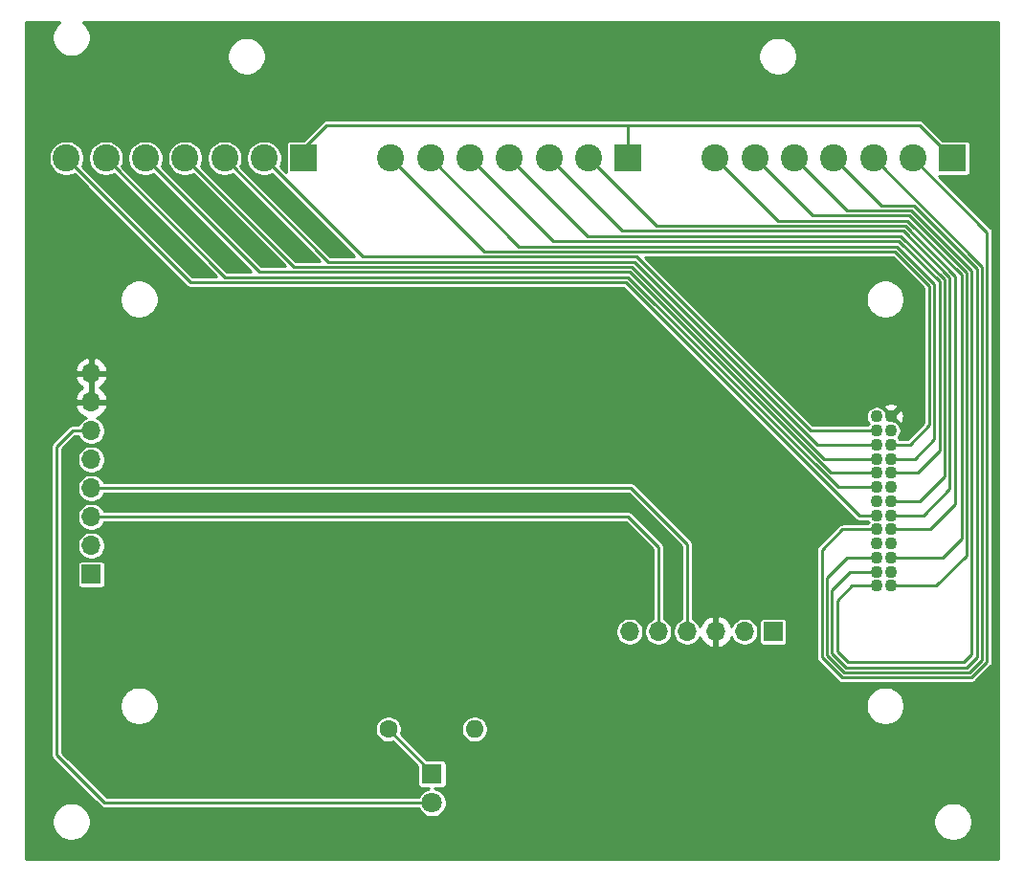
<source format=gbr>
%TF.GenerationSoftware,KiCad,Pcbnew,(5.1.10)-1*%
%TF.CreationDate,2022-12-02T20:43:51-06:00*%
%TF.ProjectId,expansion_board,65787061-6e73-4696-9f6e-5f626f617264,rev?*%
%TF.SameCoordinates,Original*%
%TF.FileFunction,Copper,L1,Top*%
%TF.FilePolarity,Positive*%
%FSLAX46Y46*%
G04 Gerber Fmt 4.6, Leading zero omitted, Abs format (unit mm)*
G04 Created by KiCad (PCBNEW (5.1.10)-1) date 2022-12-02 20:43:51*
%MOMM*%
%LPD*%
G01*
G04 APERTURE LIST*
%TA.AperFunction,ComponentPad*%
%ADD10C,1.100000*%
%TD*%
%TA.AperFunction,ComponentPad*%
%ADD11C,2.400000*%
%TD*%
%TA.AperFunction,ComponentPad*%
%ADD12R,2.400000X2.400000*%
%TD*%
%TA.AperFunction,ComponentPad*%
%ADD13O,1.600000X1.600000*%
%TD*%
%TA.AperFunction,ComponentPad*%
%ADD14C,1.600000*%
%TD*%
%TA.AperFunction,ComponentPad*%
%ADD15O,1.700000X1.700000*%
%TD*%
%TA.AperFunction,ComponentPad*%
%ADD16R,1.700000X1.700000*%
%TD*%
%TA.AperFunction,ComponentPad*%
%ADD17C,1.800000*%
%TD*%
%TA.AperFunction,ComponentPad*%
%ADD18R,1.800000X1.800000*%
%TD*%
%TA.AperFunction,Conductor*%
%ADD19C,0.250000*%
%TD*%
%TA.AperFunction,Conductor*%
%ADD20C,0.254000*%
%TD*%
%TA.AperFunction,Conductor*%
%ADD21C,0.100000*%
%TD*%
G04 APERTURE END LIST*
D10*
%TO.P,J2,26*%
%TO.N,Net-(J2-Pad26)*%
X193020000Y-112409000D03*
%TO.P,J2,25*%
%TO.N,Net-(J2-Pad25)*%
X193020000Y-111159000D03*
%TO.P,J2,24*%
%TO.N,Net-(J2-Pad24)*%
X193020000Y-109909000D03*
%TO.P,J2,23*%
%TO.N,Net-(J2-Pad23)*%
X193020000Y-108659000D03*
%TO.P,J2,22*%
%TO.N,Net-(J2-Pad22)*%
X193020000Y-107409000D03*
%TO.P,J2,21*%
%TO.N,Net-(J2-Pad21)*%
X193020000Y-106159000D03*
%TO.P,J2,20*%
%TO.N,Net-(J2-Pad20)*%
X193020000Y-104909000D03*
%TO.P,J2,19*%
%TO.N,GND*%
X193020000Y-103659000D03*
%TO.P,J2,18*%
%TO.N,Net-(J2-Pad18)*%
X193020000Y-102409000D03*
%TO.P,J2,17*%
%TO.N,Net-(J2-Pad17)*%
X193020000Y-101159000D03*
%TO.P,J2,16*%
%TO.N,Net-(J2-Pad16)*%
X193020000Y-99909000D03*
%TO.P,J2,15*%
%TO.N,Net-(J2-Pad15)*%
X193020000Y-98659000D03*
%TO.P,J2,14*%
%TO.N,+3V3*%
X193020000Y-97409000D03*
%TO.P,J2,13*%
%TO.N,Net-(J2-Pad13)*%
X191770000Y-112409000D03*
%TO.P,J2,12*%
%TO.N,Net-(J2-Pad12)*%
X191770000Y-111159000D03*
%TO.P,J2,11*%
%TO.N,Net-(J2-Pad11)*%
X191770000Y-109909000D03*
%TO.P,J2,10*%
%TO.N,Net-(J2-Pad10)*%
X191770000Y-108659000D03*
%TO.P,J2,9*%
%TO.N,Net-(J2-Pad9)*%
X191770000Y-107409000D03*
%TO.P,J2,8*%
%TO.N,Net-(J2-Pad8)*%
X191770000Y-106159000D03*
%TO.P,J2,7*%
%TO.N,Net-(J2-Pad7)*%
X191770000Y-104909000D03*
%TO.P,J2,6*%
%TO.N,Net-(J2-Pad6)*%
X191770000Y-103659000D03*
%TO.P,J2,5*%
%TO.N,Net-(J2-Pad5)*%
X191770000Y-102409000D03*
%TO.P,J2,4*%
%TO.N,Net-(J2-Pad4)*%
X191770000Y-101159000D03*
%TO.P,J2,3*%
%TO.N,Net-(J2-Pad3)*%
X191770000Y-99909000D03*
%TO.P,J2,2*%
%TO.N,Net-(J2-Pad2)*%
X191770000Y-98659000D03*
%TO.P,J2,1*%
%TO.N,Net-(J2-Pad1)*%
X191770000Y-97409000D03*
%TD*%
D11*
%TO.P,J6,7*%
%TO.N,Net-(J2-Pad8)*%
X120097000Y-74549000D03*
%TO.P,J6,6*%
%TO.N,Net-(J2-Pad6)*%
X123597000Y-74549000D03*
%TO.P,J6,5*%
%TO.N,Net-(J2-Pad5)*%
X127097000Y-74549000D03*
%TO.P,J6,4*%
%TO.N,Net-(J2-Pad4)*%
X130597000Y-74549000D03*
%TO.P,J6,3*%
%TO.N,Net-(J2-Pad3)*%
X134097000Y-74549000D03*
%TO.P,J6,2*%
%TO.N,Net-(J2-Pad2)*%
X137597000Y-74549000D03*
D12*
%TO.P,J6,1*%
%TO.N,Net-(J2-Pad1)*%
X141097000Y-74549000D03*
%TD*%
D11*
%TO.P,J5,7*%
%TO.N,Net-(J2-Pad24)*%
X177501000Y-74549000D03*
%TO.P,J5,6*%
%TO.N,Net-(J2-Pad26)*%
X181001000Y-74549000D03*
%TO.P,J5,5*%
%TO.N,Net-(J2-Pad13)*%
X184501000Y-74549000D03*
%TO.P,J5,4*%
%TO.N,Net-(J2-Pad12)*%
X188001000Y-74549000D03*
%TO.P,J5,3*%
%TO.N,Net-(J2-Pad11)*%
X191501000Y-74549000D03*
%TO.P,J5,2*%
%TO.N,Net-(J2-Pad9)*%
X195001000Y-74549000D03*
D12*
%TO.P,J5,1*%
%TO.N,Net-(J2-Pad1)*%
X198501000Y-74549000D03*
%TD*%
D11*
%TO.P,J4,7*%
%TO.N,Net-(J2-Pad16)*%
X148799000Y-74549000D03*
%TO.P,J4,6*%
%TO.N,Net-(J2-Pad17)*%
X152299000Y-74549000D03*
%TO.P,J4,5*%
%TO.N,Net-(J2-Pad18)*%
X155799000Y-74549000D03*
%TO.P,J4,4*%
%TO.N,Net-(J2-Pad20)*%
X159299000Y-74549000D03*
%TO.P,J4,3*%
%TO.N,Net-(J2-Pad21)*%
X162799000Y-74549000D03*
%TO.P,J4,2*%
%TO.N,Net-(J2-Pad22)*%
X166299000Y-74549000D03*
D12*
%TO.P,J4,1*%
%TO.N,Net-(J2-Pad1)*%
X169799000Y-74549000D03*
%TD*%
D13*
%TO.P,FAULT,2*%
%TO.N,GND*%
X156210000Y-125095000D03*
D14*
%TO.P,FAULT,1*%
%TO.N,Net-(D1-Pad1)*%
X148590000Y-125095000D03*
%TD*%
D15*
%TO.P,J3,8*%
%TO.N,+3V3*%
X122301000Y-93599000D03*
%TO.P,J3,7*%
X122301000Y-96139000D03*
%TO.P,J3,6*%
%TO.N,Net-(D1-Pad2)*%
X122301000Y-98679000D03*
%TO.P,J3,5*%
%TO.N,Net-(J3-Pad5)*%
X122301000Y-101219000D03*
%TO.P,J3,4*%
%TO.N,Net-(J1-Pad4)*%
X122301000Y-103759000D03*
%TO.P,J3,3*%
%TO.N,Net-(J1-Pad5)*%
X122301000Y-106299000D03*
%TO.P,J3,2*%
%TO.N,GND*%
X122301000Y-108839000D03*
D16*
%TO.P,J3,1*%
X122301000Y-111379000D03*
%TD*%
D15*
%TO.P,J1,6*%
%TO.N,Net-(J1-Pad6)*%
X169926000Y-116459000D03*
%TO.P,J1,5*%
%TO.N,Net-(J1-Pad5)*%
X172466000Y-116459000D03*
%TO.P,J1,4*%
%TO.N,Net-(J1-Pad4)*%
X175006000Y-116459000D03*
%TO.P,J1,3*%
%TO.N,+3V3*%
X177546000Y-116459000D03*
%TO.P,J1,2*%
%TO.N,Net-(J1-Pad2)*%
X180086000Y-116459000D03*
D16*
%TO.P,J1,1*%
%TO.N,GND*%
X182626000Y-116459000D03*
%TD*%
D17*
%TO.P,D1,2*%
%TO.N,Net-(D1-Pad2)*%
X152450800Y-131597400D03*
D18*
%TO.P,D1,1*%
%TO.N,Net-(D1-Pad1)*%
X152450800Y-129057400D03*
%TD*%
D19*
%TO.N,Net-(D1-Pad2)*%
X122301000Y-98679000D02*
X120650000Y-98679000D01*
X120650000Y-98679000D02*
X119253000Y-100076000D01*
X119253000Y-100076000D02*
X119253000Y-127381000D01*
X123469400Y-131597400D02*
X152450800Y-131597400D01*
X119253000Y-127381000D02*
X123469400Y-131597400D01*
%TO.N,Net-(D1-Pad1)*%
X152450800Y-128955800D02*
X148590000Y-125095000D01*
X152450800Y-129057400D02*
X152450800Y-128955800D01*
%TO.N,Net-(J1-Pad5)*%
X122301000Y-106299000D02*
X169799000Y-106299000D01*
X172466000Y-108966000D02*
X172466000Y-116459000D01*
X169799000Y-106299000D02*
X172466000Y-108966000D01*
%TO.N,Net-(J1-Pad4)*%
X122301000Y-103759000D02*
X170053000Y-103759000D01*
X175006000Y-108712000D02*
X175006000Y-116459000D01*
X170053000Y-103759000D02*
X175006000Y-108712000D01*
%TO.N,Net-(J2-Pad26)*%
X193020000Y-112409000D02*
X197067960Y-112409000D01*
X197067960Y-112409000D02*
X199748960Y-109728000D01*
X199748960Y-109728000D02*
X199748960Y-84706190D01*
X199748960Y-84706190D02*
X194682790Y-79640020D01*
X186092020Y-79640020D02*
X181001000Y-74549000D01*
X194682790Y-79640020D02*
X186092020Y-79640020D01*
%TO.N,Net-(J2-Pad24)*%
X193020000Y-109909000D02*
X197593950Y-109909000D01*
X197593950Y-109909000D02*
X199298950Y-108204000D01*
X199298950Y-108204000D02*
X199298950Y-84892590D01*
X183042030Y-80090030D02*
X177501000Y-74549000D01*
X194496390Y-80090030D02*
X183042030Y-80090030D01*
X199298950Y-84892590D02*
X194496390Y-80090030D01*
%TO.N,Net-(J2-Pad22)*%
X193020000Y-107409000D02*
X196502000Y-107409000D01*
X196502000Y-107409000D02*
X198755000Y-105156000D01*
X198755000Y-105156000D02*
X198755000Y-84985050D01*
X198755000Y-84985050D02*
X194309990Y-80540040D01*
X172290040Y-80540040D02*
X166299000Y-74549000D01*
X194309990Y-80540040D02*
X172290040Y-80540040D01*
%TO.N,Net-(J2-Pad21)*%
X193020000Y-106159000D02*
X195904990Y-106159000D01*
X195904990Y-106159000D02*
X198247000Y-103816990D01*
X198247000Y-103816990D02*
X198247000Y-85113460D01*
X198247000Y-85113460D02*
X194123590Y-80990050D01*
X169240050Y-80990050D02*
X162799000Y-74549000D01*
X194123590Y-80990050D02*
X169240050Y-80990050D01*
%TO.N,Net-(J2-Pad20)*%
X193020000Y-104909000D02*
X195630990Y-104909000D01*
X195630990Y-104909000D02*
X197796990Y-102743000D01*
X197796990Y-102743000D02*
X197796990Y-85299860D01*
X197796990Y-85299860D02*
X193937190Y-81440060D01*
X166190060Y-81440060D02*
X159299000Y-74549000D01*
X193937190Y-81440060D02*
X166190060Y-81440060D01*
%TO.N,Net-(J2-Pad18)*%
X193020000Y-102409000D02*
X195394980Y-102409000D01*
X195394980Y-102409000D02*
X197346980Y-100457000D01*
X197346980Y-100457000D02*
X197346980Y-85486260D01*
X197346980Y-85486260D02*
X193775720Y-81915000D01*
X163165000Y-81915000D02*
X155799000Y-74549000D01*
X193775720Y-81915000D02*
X163165000Y-81915000D01*
%TO.N,Net-(J2-Pad17)*%
X160115010Y-82365010D02*
X152299000Y-74549000D01*
X193589320Y-82365010D02*
X160115010Y-82365010D01*
X196896970Y-85672660D02*
X193589320Y-82365010D01*
X196896970Y-99441000D02*
X196896970Y-85672660D01*
X195178970Y-101159000D02*
X196896970Y-99441000D01*
X193020000Y-101159000D02*
X195178970Y-101159000D01*
%TO.N,Net-(J2-Pad16)*%
X193020000Y-99909000D02*
X194708960Y-99909000D01*
X194708960Y-99909000D02*
X196446960Y-98171000D01*
X196446960Y-98171000D02*
X196446960Y-85859060D01*
X196446960Y-85859060D02*
X193402920Y-82815020D01*
X157065020Y-82815020D02*
X148799000Y-74549000D01*
X193402920Y-82815020D02*
X157065020Y-82815020D01*
%TO.N,Net-(J2-Pad13)*%
X191770000Y-112409000D02*
X189597000Y-112409000D01*
X189597000Y-112409000D02*
X188294030Y-113711970D01*
X188294030Y-113711970D02*
X188294030Y-118185800D01*
X188294030Y-118185800D02*
X189281200Y-119172970D01*
X189281200Y-119172970D02*
X199470030Y-119172970D01*
X199470030Y-119172970D02*
X200198970Y-118444030D01*
X200198970Y-118444030D02*
X200198970Y-84519790D01*
X200198970Y-84519790D02*
X194869190Y-79190010D01*
X189142010Y-79190010D02*
X184501000Y-74549000D01*
X194869190Y-79190010D02*
X189142010Y-79190010D01*
%TO.N,Net-(J2-Pad12)*%
X200648980Y-84333390D02*
X195055590Y-78740000D01*
X200648980Y-118753200D02*
X200648980Y-84333390D01*
X199779200Y-119622980D02*
X200648980Y-118753200D01*
X195055590Y-78740000D02*
X192192000Y-78740000D01*
X189094800Y-119622980D02*
X199779200Y-119622980D01*
X187844020Y-118372200D02*
X189094800Y-119622980D01*
X192192000Y-78740000D02*
X188001000Y-74549000D01*
X187844020Y-112764980D02*
X187844020Y-118372200D01*
X189450000Y-111159000D02*
X187844020Y-112764980D01*
X191770000Y-111159000D02*
X189450000Y-111159000D01*
%TO.N,Net-(J2-Pad11)*%
X201098990Y-84146990D02*
X191501000Y-74549000D01*
X201098990Y-118939600D02*
X201098990Y-84146990D01*
X199965600Y-120072990D02*
X201098990Y-118939600D01*
X188908400Y-120072990D02*
X199965600Y-120072990D01*
X187394010Y-118558600D02*
X188908400Y-120072990D01*
X187394010Y-111690990D02*
X187394010Y-118558600D01*
X189176000Y-109909000D02*
X187394010Y-111690990D01*
X191770000Y-109909000D02*
X189176000Y-109909000D01*
%TO.N,Net-(J2-Pad9)*%
X195001000Y-74549000D02*
X201549000Y-81097000D01*
X201549000Y-81097000D02*
X201549000Y-119126000D01*
X201549000Y-119126000D02*
X200152000Y-120523000D01*
X200152000Y-120523000D02*
X188722000Y-120523000D01*
X188722000Y-120523000D02*
X186944000Y-118745000D01*
X186944000Y-118745000D02*
X186944000Y-109220000D01*
X188755000Y-107409000D02*
X191770000Y-107409000D01*
X186944000Y-109220000D02*
X188755000Y-107409000D01*
%TO.N,Net-(J2-Pad8)*%
X191770000Y-106159000D02*
X190225950Y-106159000D01*
X190225950Y-106159000D02*
X169582030Y-85515080D01*
X131063080Y-85515080D02*
X120097000Y-74549000D01*
X169582030Y-85515080D02*
X131063080Y-85515080D01*
%TO.N,Net-(J2-Pad6)*%
X191770000Y-103659000D02*
X188362360Y-103659000D01*
X188362360Y-103659000D02*
X169768430Y-85065070D01*
X134113070Y-85065070D02*
X123597000Y-74549000D01*
X169768430Y-85065070D02*
X134113070Y-85065070D01*
%TO.N,Net-(J2-Pad5)*%
X191770000Y-102409000D02*
X187748770Y-102409000D01*
X187748770Y-102409000D02*
X169954830Y-84615060D01*
X137163060Y-84615060D02*
X127097000Y-74549000D01*
X169954830Y-84615060D02*
X137163060Y-84615060D01*
%TO.N,Net-(J2-Pad4)*%
X140213050Y-84165050D02*
X130597000Y-74549000D01*
X170141230Y-84165050D02*
X140213050Y-84165050D01*
X187135180Y-101159000D02*
X170141230Y-84165050D01*
X191770000Y-101159000D02*
X187135180Y-101159000D01*
%TO.N,Net-(J2-Pad3)*%
X191770000Y-99909000D02*
X186521590Y-99909000D01*
X186521590Y-99909000D02*
X170327630Y-83715040D01*
X143263040Y-83715040D02*
X134097000Y-74549000D01*
X170327630Y-83715040D02*
X143263040Y-83715040D01*
%TO.N,Net-(J2-Pad2)*%
X191770000Y-98659000D02*
X185908000Y-98659000D01*
X185908000Y-98659000D02*
X170514030Y-83265030D01*
X146313030Y-83265030D02*
X137597000Y-74549000D01*
X170514030Y-83265030D02*
X146313030Y-83265030D01*
%TO.N,Net-(J2-Pad1)*%
X141097000Y-74549000D02*
X141097000Y-73660000D01*
X141097000Y-73660000D02*
X143129000Y-71628000D01*
X195580000Y-71628000D02*
X198501000Y-74549000D01*
X169799000Y-74549000D02*
X169799000Y-71628000D01*
X169799000Y-71628000D02*
X195580000Y-71628000D01*
X143129000Y-71628000D02*
X169799000Y-71628000D01*
%TD*%
D20*
%TO.N,+3V3*%
X119445917Y-62547067D02*
X119207467Y-62785517D01*
X119020119Y-63065903D01*
X118891071Y-63377452D01*
X118825283Y-63708191D01*
X118825283Y-64045409D01*
X118891071Y-64376148D01*
X119020119Y-64687697D01*
X119207467Y-64968083D01*
X119445917Y-65206533D01*
X119726303Y-65393881D01*
X120037852Y-65522929D01*
X120368591Y-65588717D01*
X120705809Y-65588717D01*
X121036548Y-65522929D01*
X121348097Y-65393881D01*
X121401510Y-65358191D01*
X134325283Y-65358191D01*
X134325283Y-65695409D01*
X134391071Y-66026148D01*
X134520119Y-66337697D01*
X134707467Y-66618083D01*
X134945917Y-66856533D01*
X135226303Y-67043881D01*
X135537852Y-67172929D01*
X135868591Y-67238717D01*
X136205809Y-67238717D01*
X136536548Y-67172929D01*
X136848097Y-67043881D01*
X137128483Y-66856533D01*
X137366933Y-66618083D01*
X137554281Y-66337697D01*
X137683329Y-66026148D01*
X137749117Y-65695409D01*
X137749117Y-65358191D01*
X181325284Y-65358191D01*
X181325284Y-65695409D01*
X181391072Y-66026147D01*
X181520120Y-66337696D01*
X181707468Y-66618083D01*
X181945917Y-66856532D01*
X182226304Y-67043880D01*
X182537853Y-67172928D01*
X182868591Y-67238716D01*
X183205809Y-67238716D01*
X183536547Y-67172928D01*
X183848096Y-67043880D01*
X184128483Y-66856532D01*
X184366932Y-66618083D01*
X184554280Y-66337696D01*
X184683328Y-66026147D01*
X184749116Y-65695409D01*
X184749116Y-65358191D01*
X184683328Y-65027453D01*
X184554280Y-64715904D01*
X184366932Y-64435517D01*
X184128483Y-64197068D01*
X183848096Y-64009720D01*
X183536547Y-63880672D01*
X183205809Y-63814884D01*
X182868591Y-63814884D01*
X182537853Y-63880672D01*
X182226304Y-64009720D01*
X181945917Y-64197068D01*
X181707468Y-64435517D01*
X181520120Y-64715904D01*
X181391072Y-65027453D01*
X181325284Y-65358191D01*
X137749117Y-65358191D01*
X137683329Y-65027452D01*
X137554281Y-64715903D01*
X137366933Y-64435517D01*
X137128483Y-64197067D01*
X136848097Y-64009719D01*
X136536548Y-63880671D01*
X136205809Y-63814883D01*
X135868591Y-63814883D01*
X135537852Y-63880671D01*
X135226303Y-64009719D01*
X134945917Y-64197067D01*
X134707467Y-64435517D01*
X134520119Y-64715903D01*
X134391071Y-65027452D01*
X134325283Y-65358191D01*
X121401510Y-65358191D01*
X121628483Y-65206533D01*
X121866933Y-64968083D01*
X122054281Y-64687697D01*
X122183329Y-64376148D01*
X122249117Y-64045409D01*
X122249117Y-63708191D01*
X122183329Y-63377452D01*
X122054281Y-63065903D01*
X121866933Y-62785517D01*
X121628483Y-62547067D01*
X121569716Y-62507800D01*
X202556601Y-62507800D01*
X202556600Y-136545799D01*
X116518200Y-136545799D01*
X116518200Y-133107190D01*
X118824487Y-133107190D01*
X118824487Y-133444564D01*
X118890306Y-133775457D01*
X119019414Y-134087151D01*
X119206849Y-134367668D01*
X119445409Y-134606228D01*
X119725926Y-134793663D01*
X120037620Y-134922771D01*
X120368513Y-134988590D01*
X120705887Y-134988590D01*
X121036780Y-134922771D01*
X121348474Y-134793663D01*
X121628991Y-134606228D01*
X121867551Y-134367668D01*
X122054986Y-134087151D01*
X122184094Y-133775457D01*
X122249913Y-133444564D01*
X122249913Y-133107190D01*
X196824487Y-133107190D01*
X196824487Y-133444564D01*
X196890306Y-133775457D01*
X197019414Y-134087151D01*
X197206849Y-134367668D01*
X197445409Y-134606228D01*
X197725926Y-134793663D01*
X198037620Y-134922771D01*
X198368513Y-134988590D01*
X198705887Y-134988590D01*
X199036780Y-134922771D01*
X199348474Y-134793663D01*
X199628991Y-134606228D01*
X199867551Y-134367668D01*
X200054986Y-134087151D01*
X200184094Y-133775457D01*
X200249913Y-133444564D01*
X200249913Y-133107190D01*
X200184094Y-132776297D01*
X200054986Y-132464603D01*
X199867551Y-132184086D01*
X199628991Y-131945526D01*
X199348474Y-131758091D01*
X199036780Y-131628983D01*
X198705887Y-131563164D01*
X198368513Y-131563164D01*
X198037620Y-131628983D01*
X197725926Y-131758091D01*
X197445409Y-131945526D01*
X197206849Y-132184086D01*
X197019414Y-132464603D01*
X196890306Y-132776297D01*
X196824487Y-133107190D01*
X122249913Y-133107190D01*
X122184094Y-132776297D01*
X122054986Y-132464603D01*
X121867551Y-132184086D01*
X121628991Y-131945526D01*
X121348474Y-131758091D01*
X121036780Y-131628983D01*
X120705887Y-131563164D01*
X120368513Y-131563164D01*
X120037620Y-131628983D01*
X119725926Y-131758091D01*
X119445409Y-131945526D01*
X119206849Y-132184086D01*
X119019414Y-132464603D01*
X118890306Y-132776297D01*
X118824487Y-133107190D01*
X116518200Y-133107190D01*
X116518200Y-100076000D01*
X118744553Y-100076000D01*
X118747000Y-100100846D01*
X118747001Y-127356144D01*
X118744553Y-127381000D01*
X118754322Y-127480192D01*
X118783255Y-127575574D01*
X118783256Y-127575575D01*
X118830242Y-127663479D01*
X118893474Y-127740527D01*
X118912781Y-127756372D01*
X123094028Y-131937620D01*
X123109873Y-131956927D01*
X123186921Y-132020159D01*
X123274825Y-132067145D01*
X123370207Y-132096078D01*
X123444546Y-132103400D01*
X123444553Y-132103400D01*
X123469399Y-132105847D01*
X123494245Y-132103400D01*
X151273848Y-132103400D01*
X151315593Y-132204181D01*
X151455782Y-132413990D01*
X151634210Y-132592418D01*
X151844019Y-132732607D01*
X152077146Y-132829172D01*
X152324633Y-132878400D01*
X152576967Y-132878400D01*
X152824454Y-132829172D01*
X153057581Y-132732607D01*
X153267390Y-132592418D01*
X153445818Y-132413990D01*
X153586007Y-132204181D01*
X153682572Y-131971054D01*
X153731800Y-131723567D01*
X153731800Y-131471233D01*
X153682572Y-131223746D01*
X153586007Y-130990619D01*
X153445818Y-130780810D01*
X153267390Y-130602382D01*
X153057581Y-130462193D01*
X152824454Y-130365628D01*
X152696834Y-130340243D01*
X153350800Y-130340243D01*
X153425489Y-130332887D01*
X153497308Y-130311101D01*
X153563496Y-130275722D01*
X153621511Y-130228111D01*
X153669122Y-130170096D01*
X153704501Y-130103908D01*
X153726287Y-130032089D01*
X153733643Y-129957400D01*
X153733643Y-128157400D01*
X153726287Y-128082711D01*
X153704501Y-128010892D01*
X153669122Y-127944704D01*
X153621511Y-127886689D01*
X153563496Y-127839078D01*
X153497308Y-127803699D01*
X153425489Y-127781913D01*
X153350800Y-127774557D01*
X151985149Y-127774557D01*
X149703490Y-125492898D01*
X149725614Y-125439485D01*
X149771000Y-125211318D01*
X149771000Y-124978682D01*
X155029000Y-124978682D01*
X155029000Y-125211318D01*
X155074386Y-125439485D01*
X155163412Y-125654413D01*
X155292658Y-125847843D01*
X155457157Y-126012342D01*
X155650587Y-126141588D01*
X155865515Y-126230614D01*
X156093682Y-126276000D01*
X156326318Y-126276000D01*
X156554485Y-126230614D01*
X156769413Y-126141588D01*
X156962843Y-126012342D01*
X157127342Y-125847843D01*
X157256588Y-125654413D01*
X157345614Y-125439485D01*
X157391000Y-125211318D01*
X157391000Y-124978682D01*
X157345614Y-124750515D01*
X157256588Y-124535587D01*
X157127342Y-124342157D01*
X156962843Y-124177658D01*
X156769413Y-124048412D01*
X156554485Y-123959386D01*
X156326318Y-123914000D01*
X156093682Y-123914000D01*
X155865515Y-123959386D01*
X155650587Y-124048412D01*
X155457157Y-124177658D01*
X155292658Y-124342157D01*
X155163412Y-124535587D01*
X155074386Y-124750515D01*
X155029000Y-124978682D01*
X149771000Y-124978682D01*
X149725614Y-124750515D01*
X149636588Y-124535587D01*
X149507342Y-124342157D01*
X149342843Y-124177658D01*
X149149413Y-124048412D01*
X148934485Y-123959386D01*
X148706318Y-123914000D01*
X148473682Y-123914000D01*
X148245515Y-123959386D01*
X148030587Y-124048412D01*
X147837157Y-124177658D01*
X147672658Y-124342157D01*
X147543412Y-124535587D01*
X147454386Y-124750515D01*
X147409000Y-124978682D01*
X147409000Y-125211318D01*
X147454386Y-125439485D01*
X147543412Y-125654413D01*
X147672658Y-125847843D01*
X147837157Y-126012342D01*
X148030587Y-126141588D01*
X148245515Y-126230614D01*
X148473682Y-126276000D01*
X148706318Y-126276000D01*
X148934485Y-126230614D01*
X148987898Y-126208490D01*
X151167957Y-128388549D01*
X151167957Y-129957400D01*
X151175313Y-130032089D01*
X151197099Y-130103908D01*
X151232478Y-130170096D01*
X151280089Y-130228111D01*
X151338104Y-130275722D01*
X151404292Y-130311101D01*
X151476111Y-130332887D01*
X151550800Y-130340243D01*
X152204766Y-130340243D01*
X152077146Y-130365628D01*
X151844019Y-130462193D01*
X151634210Y-130602382D01*
X151455782Y-130780810D01*
X151315593Y-130990619D01*
X151273848Y-131091400D01*
X123678992Y-131091400D01*
X119759000Y-127171409D01*
X119759000Y-122858190D01*
X124825283Y-122858190D01*
X124825283Y-123195408D01*
X124891071Y-123526147D01*
X125020119Y-123837696D01*
X125207467Y-124118082D01*
X125445917Y-124356532D01*
X125726303Y-124543880D01*
X126037852Y-124672928D01*
X126368591Y-124738716D01*
X126705809Y-124738716D01*
X127036548Y-124672928D01*
X127348097Y-124543880D01*
X127628483Y-124356532D01*
X127866933Y-124118082D01*
X128054281Y-123837696D01*
X128183329Y-123526147D01*
X128249117Y-123195408D01*
X128249117Y-122858190D01*
X190825283Y-122858190D01*
X190825283Y-123195408D01*
X190891071Y-123526147D01*
X191020119Y-123837696D01*
X191207467Y-124118082D01*
X191445917Y-124356532D01*
X191726303Y-124543880D01*
X192037852Y-124672928D01*
X192368591Y-124738716D01*
X192705809Y-124738716D01*
X193036548Y-124672928D01*
X193348097Y-124543880D01*
X193628483Y-124356532D01*
X193866933Y-124118082D01*
X194054281Y-123837696D01*
X194183329Y-123526147D01*
X194249117Y-123195408D01*
X194249117Y-122858190D01*
X194183329Y-122527451D01*
X194054281Y-122215902D01*
X193866933Y-121935516D01*
X193628483Y-121697066D01*
X193348097Y-121509718D01*
X193036548Y-121380670D01*
X192705809Y-121314882D01*
X192368591Y-121314882D01*
X192037852Y-121380670D01*
X191726303Y-121509718D01*
X191445917Y-121697066D01*
X191207467Y-121935516D01*
X191020119Y-122215902D01*
X190891071Y-122527451D01*
X190825283Y-122858190D01*
X128249117Y-122858190D01*
X128183329Y-122527451D01*
X128054281Y-122215902D01*
X127866933Y-121935516D01*
X127628483Y-121697066D01*
X127348097Y-121509718D01*
X127036548Y-121380670D01*
X126705809Y-121314882D01*
X126368591Y-121314882D01*
X126037852Y-121380670D01*
X125726303Y-121509718D01*
X125445917Y-121697066D01*
X125207467Y-121935516D01*
X125020119Y-122215902D01*
X124891071Y-122527451D01*
X124825283Y-122858190D01*
X119759000Y-122858190D01*
X119759000Y-116337757D01*
X168695000Y-116337757D01*
X168695000Y-116580243D01*
X168742307Y-116818069D01*
X168835102Y-117042097D01*
X168969820Y-117243717D01*
X169141283Y-117415180D01*
X169342903Y-117549898D01*
X169566931Y-117642693D01*
X169804757Y-117690000D01*
X170047243Y-117690000D01*
X170285069Y-117642693D01*
X170509097Y-117549898D01*
X170710717Y-117415180D01*
X170882180Y-117243717D01*
X171016898Y-117042097D01*
X171109693Y-116818069D01*
X171157000Y-116580243D01*
X171157000Y-116337757D01*
X171109693Y-116099931D01*
X171016898Y-115875903D01*
X170882180Y-115674283D01*
X170710717Y-115502820D01*
X170509097Y-115368102D01*
X170285069Y-115275307D01*
X170047243Y-115228000D01*
X169804757Y-115228000D01*
X169566931Y-115275307D01*
X169342903Y-115368102D01*
X169141283Y-115502820D01*
X168969820Y-115674283D01*
X168835102Y-115875903D01*
X168742307Y-116099931D01*
X168695000Y-116337757D01*
X119759000Y-116337757D01*
X119759000Y-110529000D01*
X121068157Y-110529000D01*
X121068157Y-112229000D01*
X121075513Y-112303689D01*
X121097299Y-112375508D01*
X121132678Y-112441696D01*
X121180289Y-112499711D01*
X121238304Y-112547322D01*
X121304492Y-112582701D01*
X121376311Y-112604487D01*
X121451000Y-112611843D01*
X123151000Y-112611843D01*
X123225689Y-112604487D01*
X123297508Y-112582701D01*
X123363696Y-112547322D01*
X123421711Y-112499711D01*
X123469322Y-112441696D01*
X123504701Y-112375508D01*
X123526487Y-112303689D01*
X123533843Y-112229000D01*
X123533843Y-110529000D01*
X123526487Y-110454311D01*
X123504701Y-110382492D01*
X123469322Y-110316304D01*
X123421711Y-110258289D01*
X123363696Y-110210678D01*
X123297508Y-110175299D01*
X123225689Y-110153513D01*
X123151000Y-110146157D01*
X121451000Y-110146157D01*
X121376311Y-110153513D01*
X121304492Y-110175299D01*
X121238304Y-110210678D01*
X121180289Y-110258289D01*
X121132678Y-110316304D01*
X121097299Y-110382492D01*
X121075513Y-110454311D01*
X121068157Y-110529000D01*
X119759000Y-110529000D01*
X119759000Y-108717757D01*
X121070000Y-108717757D01*
X121070000Y-108960243D01*
X121117307Y-109198069D01*
X121210102Y-109422097D01*
X121344820Y-109623717D01*
X121516283Y-109795180D01*
X121717903Y-109929898D01*
X121941931Y-110022693D01*
X122179757Y-110070000D01*
X122422243Y-110070000D01*
X122660069Y-110022693D01*
X122884097Y-109929898D01*
X123085717Y-109795180D01*
X123257180Y-109623717D01*
X123391898Y-109422097D01*
X123484693Y-109198069D01*
X123532000Y-108960243D01*
X123532000Y-108717757D01*
X123484693Y-108479931D01*
X123391898Y-108255903D01*
X123257180Y-108054283D01*
X123085717Y-107882820D01*
X122884097Y-107748102D01*
X122660069Y-107655307D01*
X122422243Y-107608000D01*
X122179757Y-107608000D01*
X121941931Y-107655307D01*
X121717903Y-107748102D01*
X121516283Y-107882820D01*
X121344820Y-108054283D01*
X121210102Y-108255903D01*
X121117307Y-108479931D01*
X121070000Y-108717757D01*
X119759000Y-108717757D01*
X119759000Y-106177757D01*
X121070000Y-106177757D01*
X121070000Y-106420243D01*
X121117307Y-106658069D01*
X121210102Y-106882097D01*
X121344820Y-107083717D01*
X121516283Y-107255180D01*
X121717903Y-107389898D01*
X121941931Y-107482693D01*
X122179757Y-107530000D01*
X122422243Y-107530000D01*
X122660069Y-107482693D01*
X122884097Y-107389898D01*
X123085717Y-107255180D01*
X123257180Y-107083717D01*
X123391898Y-106882097D01*
X123423832Y-106805000D01*
X169589409Y-106805000D01*
X171960000Y-109175592D01*
X171960001Y-115336167D01*
X171882903Y-115368102D01*
X171681283Y-115502820D01*
X171509820Y-115674283D01*
X171375102Y-115875903D01*
X171282307Y-116099931D01*
X171235000Y-116337757D01*
X171235000Y-116580243D01*
X171282307Y-116818069D01*
X171375102Y-117042097D01*
X171509820Y-117243717D01*
X171681283Y-117415180D01*
X171882903Y-117549898D01*
X172106931Y-117642693D01*
X172344757Y-117690000D01*
X172587243Y-117690000D01*
X172825069Y-117642693D01*
X173049097Y-117549898D01*
X173250717Y-117415180D01*
X173422180Y-117243717D01*
X173556898Y-117042097D01*
X173649693Y-116818069D01*
X173697000Y-116580243D01*
X173697000Y-116337757D01*
X173649693Y-116099931D01*
X173556898Y-115875903D01*
X173422180Y-115674283D01*
X173250717Y-115502820D01*
X173049097Y-115368102D01*
X172972000Y-115336168D01*
X172972000Y-108990854D01*
X172974448Y-108966000D01*
X172964678Y-108866807D01*
X172935745Y-108771425D01*
X172908964Y-108721322D01*
X172888759Y-108683521D01*
X172825527Y-108606473D01*
X172806220Y-108590628D01*
X170174376Y-105958785D01*
X170158527Y-105939473D01*
X170081479Y-105876241D01*
X169993575Y-105829255D01*
X169898193Y-105800322D01*
X169823854Y-105793000D01*
X169823846Y-105793000D01*
X169799000Y-105790553D01*
X169774154Y-105793000D01*
X123423832Y-105793000D01*
X123391898Y-105715903D01*
X123257180Y-105514283D01*
X123085717Y-105342820D01*
X122884097Y-105208102D01*
X122660069Y-105115307D01*
X122422243Y-105068000D01*
X122179757Y-105068000D01*
X121941931Y-105115307D01*
X121717903Y-105208102D01*
X121516283Y-105342820D01*
X121344820Y-105514283D01*
X121210102Y-105715903D01*
X121117307Y-105939931D01*
X121070000Y-106177757D01*
X119759000Y-106177757D01*
X119759000Y-103637757D01*
X121070000Y-103637757D01*
X121070000Y-103880243D01*
X121117307Y-104118069D01*
X121210102Y-104342097D01*
X121344820Y-104543717D01*
X121516283Y-104715180D01*
X121717903Y-104849898D01*
X121941931Y-104942693D01*
X122179757Y-104990000D01*
X122422243Y-104990000D01*
X122660069Y-104942693D01*
X122884097Y-104849898D01*
X123085717Y-104715180D01*
X123257180Y-104543717D01*
X123391898Y-104342097D01*
X123423832Y-104265000D01*
X169843409Y-104265000D01*
X174500000Y-108921592D01*
X174500001Y-115336167D01*
X174422903Y-115368102D01*
X174221283Y-115502820D01*
X174049820Y-115674283D01*
X173915102Y-115875903D01*
X173822307Y-116099931D01*
X173775000Y-116337757D01*
X173775000Y-116580243D01*
X173822307Y-116818069D01*
X173915102Y-117042097D01*
X174049820Y-117243717D01*
X174221283Y-117415180D01*
X174422903Y-117549898D01*
X174646931Y-117642693D01*
X174884757Y-117690000D01*
X175127243Y-117690000D01*
X175365069Y-117642693D01*
X175589097Y-117549898D01*
X175790717Y-117415180D01*
X175962180Y-117243717D01*
X176096898Y-117042097D01*
X176144228Y-116927832D01*
X176201843Y-117090252D01*
X176350822Y-117340355D01*
X176545731Y-117556588D01*
X176779080Y-117730641D01*
X177041901Y-117855825D01*
X177189110Y-117900476D01*
X177419000Y-117779155D01*
X177419000Y-116586000D01*
X177399000Y-116586000D01*
X177399000Y-116332000D01*
X177419000Y-116332000D01*
X177419000Y-115138845D01*
X177673000Y-115138845D01*
X177673000Y-116332000D01*
X177693000Y-116332000D01*
X177693000Y-116586000D01*
X177673000Y-116586000D01*
X177673000Y-117779155D01*
X177902890Y-117900476D01*
X178050099Y-117855825D01*
X178312920Y-117730641D01*
X178546269Y-117556588D01*
X178741178Y-117340355D01*
X178890157Y-117090252D01*
X178947772Y-116927832D01*
X178995102Y-117042097D01*
X179129820Y-117243717D01*
X179301283Y-117415180D01*
X179502903Y-117549898D01*
X179726931Y-117642693D01*
X179964757Y-117690000D01*
X180207243Y-117690000D01*
X180445069Y-117642693D01*
X180669097Y-117549898D01*
X180870717Y-117415180D01*
X181042180Y-117243717D01*
X181176898Y-117042097D01*
X181269693Y-116818069D01*
X181317000Y-116580243D01*
X181317000Y-116337757D01*
X181269693Y-116099931D01*
X181176898Y-115875903D01*
X181042180Y-115674283D01*
X180976897Y-115609000D01*
X181393157Y-115609000D01*
X181393157Y-117309000D01*
X181400513Y-117383689D01*
X181422299Y-117455508D01*
X181457678Y-117521696D01*
X181505289Y-117579711D01*
X181563304Y-117627322D01*
X181629492Y-117662701D01*
X181701311Y-117684487D01*
X181776000Y-117691843D01*
X183476000Y-117691843D01*
X183550689Y-117684487D01*
X183622508Y-117662701D01*
X183688696Y-117627322D01*
X183746711Y-117579711D01*
X183794322Y-117521696D01*
X183829701Y-117455508D01*
X183851487Y-117383689D01*
X183858843Y-117309000D01*
X183858843Y-115609000D01*
X183851487Y-115534311D01*
X183829701Y-115462492D01*
X183794322Y-115396304D01*
X183746711Y-115338289D01*
X183688696Y-115290678D01*
X183622508Y-115255299D01*
X183550689Y-115233513D01*
X183476000Y-115226157D01*
X181776000Y-115226157D01*
X181701311Y-115233513D01*
X181629492Y-115255299D01*
X181563304Y-115290678D01*
X181505289Y-115338289D01*
X181457678Y-115396304D01*
X181422299Y-115462492D01*
X181400513Y-115534311D01*
X181393157Y-115609000D01*
X180976897Y-115609000D01*
X180870717Y-115502820D01*
X180669097Y-115368102D01*
X180445069Y-115275307D01*
X180207243Y-115228000D01*
X179964757Y-115228000D01*
X179726931Y-115275307D01*
X179502903Y-115368102D01*
X179301283Y-115502820D01*
X179129820Y-115674283D01*
X178995102Y-115875903D01*
X178947772Y-115990168D01*
X178890157Y-115827748D01*
X178741178Y-115577645D01*
X178546269Y-115361412D01*
X178312920Y-115187359D01*
X178050099Y-115062175D01*
X177902890Y-115017524D01*
X177673000Y-115138845D01*
X177419000Y-115138845D01*
X177189110Y-115017524D01*
X177041901Y-115062175D01*
X176779080Y-115187359D01*
X176545731Y-115361412D01*
X176350822Y-115577645D01*
X176201843Y-115827748D01*
X176144228Y-115990168D01*
X176096898Y-115875903D01*
X175962180Y-115674283D01*
X175790717Y-115502820D01*
X175589097Y-115368102D01*
X175512000Y-115336168D01*
X175512000Y-108736854D01*
X175514448Y-108712000D01*
X175504678Y-108612807D01*
X175475745Y-108517425D01*
X175459204Y-108486479D01*
X175428759Y-108429521D01*
X175365527Y-108352473D01*
X175346220Y-108336628D01*
X170428376Y-103418785D01*
X170412527Y-103399473D01*
X170335479Y-103336241D01*
X170247575Y-103289255D01*
X170152193Y-103260322D01*
X170077854Y-103253000D01*
X170077846Y-103253000D01*
X170053000Y-103250553D01*
X170028154Y-103253000D01*
X123423832Y-103253000D01*
X123391898Y-103175903D01*
X123257180Y-102974283D01*
X123085717Y-102802820D01*
X122884097Y-102668102D01*
X122660069Y-102575307D01*
X122422243Y-102528000D01*
X122179757Y-102528000D01*
X121941931Y-102575307D01*
X121717903Y-102668102D01*
X121516283Y-102802820D01*
X121344820Y-102974283D01*
X121210102Y-103175903D01*
X121117307Y-103399931D01*
X121070000Y-103637757D01*
X119759000Y-103637757D01*
X119759000Y-101097757D01*
X121070000Y-101097757D01*
X121070000Y-101340243D01*
X121117307Y-101578069D01*
X121210102Y-101802097D01*
X121344820Y-102003717D01*
X121516283Y-102175180D01*
X121717903Y-102309898D01*
X121941931Y-102402693D01*
X122179757Y-102450000D01*
X122422243Y-102450000D01*
X122660069Y-102402693D01*
X122884097Y-102309898D01*
X123085717Y-102175180D01*
X123257180Y-102003717D01*
X123391898Y-101802097D01*
X123484693Y-101578069D01*
X123532000Y-101340243D01*
X123532000Y-101097757D01*
X123484693Y-100859931D01*
X123391898Y-100635903D01*
X123257180Y-100434283D01*
X123085717Y-100262820D01*
X122884097Y-100128102D01*
X122660069Y-100035307D01*
X122422243Y-99988000D01*
X122179757Y-99988000D01*
X121941931Y-100035307D01*
X121717903Y-100128102D01*
X121516283Y-100262820D01*
X121344820Y-100434283D01*
X121210102Y-100635903D01*
X121117307Y-100859931D01*
X121070000Y-101097757D01*
X119759000Y-101097757D01*
X119759000Y-100285591D01*
X120859592Y-99185000D01*
X121178168Y-99185000D01*
X121210102Y-99262097D01*
X121344820Y-99463717D01*
X121516283Y-99635180D01*
X121717903Y-99769898D01*
X121941931Y-99862693D01*
X122179757Y-99910000D01*
X122422243Y-99910000D01*
X122660069Y-99862693D01*
X122884097Y-99769898D01*
X123085717Y-99635180D01*
X123257180Y-99463717D01*
X123391898Y-99262097D01*
X123484693Y-99038069D01*
X123532000Y-98800243D01*
X123532000Y-98557757D01*
X123484693Y-98319931D01*
X123391898Y-98095903D01*
X123257180Y-97894283D01*
X123085717Y-97722820D01*
X122884097Y-97588102D01*
X122769832Y-97540772D01*
X122932252Y-97483157D01*
X123182355Y-97334178D01*
X123398588Y-97139269D01*
X123572641Y-96905920D01*
X123697825Y-96643099D01*
X123742476Y-96495890D01*
X123621155Y-96266000D01*
X122428000Y-96266000D01*
X122428000Y-96286000D01*
X122174000Y-96286000D01*
X122174000Y-96266000D01*
X120980845Y-96266000D01*
X120859524Y-96495890D01*
X120904175Y-96643099D01*
X121029359Y-96905920D01*
X121203412Y-97139269D01*
X121419645Y-97334178D01*
X121669748Y-97483157D01*
X121832168Y-97540772D01*
X121717903Y-97588102D01*
X121516283Y-97722820D01*
X121344820Y-97894283D01*
X121210102Y-98095903D01*
X121178168Y-98173000D01*
X120674845Y-98173000D01*
X120649999Y-98170553D01*
X120625153Y-98173000D01*
X120625146Y-98173000D01*
X120560694Y-98179348D01*
X120550806Y-98180322D01*
X120528607Y-98187056D01*
X120455425Y-98209255D01*
X120367521Y-98256241D01*
X120290473Y-98319473D01*
X120274628Y-98338780D01*
X118912785Y-99700624D01*
X118893473Y-99716473D01*
X118830241Y-99793521D01*
X118783255Y-99881426D01*
X118754322Y-99976808D01*
X118747000Y-100051147D01*
X118747000Y-100051154D01*
X118744553Y-100076000D01*
X116518200Y-100076000D01*
X116518200Y-93955890D01*
X120859524Y-93955890D01*
X120904175Y-94103099D01*
X121029359Y-94365920D01*
X121203412Y-94599269D01*
X121419645Y-94794178D01*
X121545255Y-94869000D01*
X121419645Y-94943822D01*
X121203412Y-95138731D01*
X121029359Y-95372080D01*
X120904175Y-95634901D01*
X120859524Y-95782110D01*
X120980845Y-96012000D01*
X122174000Y-96012000D01*
X122174000Y-93726000D01*
X122428000Y-93726000D01*
X122428000Y-96012000D01*
X123621155Y-96012000D01*
X123742476Y-95782110D01*
X123697825Y-95634901D01*
X123572641Y-95372080D01*
X123398588Y-95138731D01*
X123182355Y-94943822D01*
X123056745Y-94869000D01*
X123182355Y-94794178D01*
X123398588Y-94599269D01*
X123572641Y-94365920D01*
X123697825Y-94103099D01*
X123742476Y-93955890D01*
X123621155Y-93726000D01*
X122428000Y-93726000D01*
X122174000Y-93726000D01*
X120980845Y-93726000D01*
X120859524Y-93955890D01*
X116518200Y-93955890D01*
X116518200Y-93242110D01*
X120859524Y-93242110D01*
X120980845Y-93472000D01*
X122174000Y-93472000D01*
X122174000Y-92278186D01*
X122428000Y-92278186D01*
X122428000Y-93472000D01*
X123621155Y-93472000D01*
X123742476Y-93242110D01*
X123697825Y-93094901D01*
X123572641Y-92832080D01*
X123398588Y-92598731D01*
X123182355Y-92403822D01*
X122932252Y-92254843D01*
X122657891Y-92157519D01*
X122428000Y-92278186D01*
X122174000Y-92278186D01*
X121944109Y-92157519D01*
X121669748Y-92254843D01*
X121419645Y-92403822D01*
X121203412Y-92598731D01*
X121029359Y-92832080D01*
X120904175Y-93094901D01*
X120859524Y-93242110D01*
X116518200Y-93242110D01*
X116518200Y-86858191D01*
X124825283Y-86858191D01*
X124825283Y-87195409D01*
X124891071Y-87526148D01*
X125020119Y-87837697D01*
X125207467Y-88118083D01*
X125445917Y-88356533D01*
X125726303Y-88543881D01*
X126037852Y-88672929D01*
X126368591Y-88738717D01*
X126705809Y-88738717D01*
X127036548Y-88672929D01*
X127348097Y-88543881D01*
X127628483Y-88356533D01*
X127866933Y-88118083D01*
X128054281Y-87837697D01*
X128183329Y-87526148D01*
X128249117Y-87195409D01*
X128249117Y-86858191D01*
X128183329Y-86527452D01*
X128054281Y-86215903D01*
X127866933Y-85935517D01*
X127628483Y-85697067D01*
X127348097Y-85509719D01*
X127036548Y-85380671D01*
X126705809Y-85314883D01*
X126368591Y-85314883D01*
X126037852Y-85380671D01*
X125726303Y-85509719D01*
X125445917Y-85697067D01*
X125207467Y-85935517D01*
X125020119Y-86215903D01*
X124891071Y-86527452D01*
X124825283Y-86858191D01*
X116518200Y-86858191D01*
X116518200Y-74393285D01*
X118516000Y-74393285D01*
X118516000Y-74704715D01*
X118576757Y-75010161D01*
X118695936Y-75297884D01*
X118868957Y-75556829D01*
X119089171Y-75777043D01*
X119348116Y-75950064D01*
X119635839Y-76069243D01*
X119941285Y-76130000D01*
X120252715Y-76130000D01*
X120558161Y-76069243D01*
X120801046Y-75968637D01*
X130687708Y-85855300D01*
X130703553Y-85874607D01*
X130780601Y-85937839D01*
X130868505Y-85984825D01*
X130963887Y-86013758D01*
X131038226Y-86021080D01*
X131038233Y-86021080D01*
X131063079Y-86023527D01*
X131087925Y-86021080D01*
X169372439Y-86021080D01*
X189850578Y-106499220D01*
X189866423Y-106518527D01*
X189943471Y-106581759D01*
X190031375Y-106628745D01*
X190126757Y-106657678D01*
X190225950Y-106667448D01*
X190250804Y-106665000D01*
X190988394Y-106665000D01*
X191046845Y-106752478D01*
X191078367Y-106784000D01*
X191046845Y-106815522D01*
X190988394Y-106903000D01*
X188779854Y-106903000D01*
X188755000Y-106900552D01*
X188730146Y-106903000D01*
X188655807Y-106910322D01*
X188560425Y-106939255D01*
X188472521Y-106986241D01*
X188395473Y-107049473D01*
X188379629Y-107068779D01*
X186603781Y-108844628D01*
X186584474Y-108860473D01*
X186521242Y-108937521D01*
X186519304Y-108941147D01*
X186474255Y-109025426D01*
X186445322Y-109120808D01*
X186435553Y-109220000D01*
X186438001Y-109244856D01*
X186438000Y-118720154D01*
X186435553Y-118745000D01*
X186438000Y-118769846D01*
X186438000Y-118769853D01*
X186445322Y-118844192D01*
X186474255Y-118939574D01*
X186521241Y-119027479D01*
X186584473Y-119104527D01*
X186603785Y-119120376D01*
X188346628Y-120863220D01*
X188362473Y-120882527D01*
X188439521Y-120945759D01*
X188527425Y-120992745D01*
X188622807Y-121021678D01*
X188722000Y-121031448D01*
X188746854Y-121029000D01*
X200127154Y-121029000D01*
X200152000Y-121031447D01*
X200176846Y-121029000D01*
X200176854Y-121029000D01*
X200251193Y-121021678D01*
X200346575Y-120992745D01*
X200434479Y-120945759D01*
X200511527Y-120882527D01*
X200527376Y-120863215D01*
X201889220Y-119501372D01*
X201908527Y-119485527D01*
X201971759Y-119408479D01*
X202018745Y-119320575D01*
X202047678Y-119225193D01*
X202055000Y-119150854D01*
X202055000Y-119150847D01*
X202057447Y-119126001D01*
X202055000Y-119101155D01*
X202055000Y-81121845D01*
X202057447Y-81096999D01*
X202055000Y-81072153D01*
X202055000Y-81072146D01*
X202047678Y-80997807D01*
X202018745Y-80902425D01*
X201971759Y-80814521D01*
X201908527Y-80737473D01*
X201889220Y-80721628D01*
X197299263Y-76131672D01*
X197301000Y-76131843D01*
X199701000Y-76131843D01*
X199775689Y-76124487D01*
X199847508Y-76102701D01*
X199913696Y-76067322D01*
X199971711Y-76019711D01*
X200019322Y-75961696D01*
X200054701Y-75895508D01*
X200076487Y-75823689D01*
X200083843Y-75749000D01*
X200083843Y-73349000D01*
X200076487Y-73274311D01*
X200054701Y-73202492D01*
X200019322Y-73136304D01*
X199971711Y-73078289D01*
X199913696Y-73030678D01*
X199847508Y-72995299D01*
X199775689Y-72973513D01*
X199701000Y-72966157D01*
X197633749Y-72966157D01*
X195955376Y-71287785D01*
X195939527Y-71268473D01*
X195862479Y-71205241D01*
X195774575Y-71158255D01*
X195679193Y-71129322D01*
X195604854Y-71122000D01*
X195604846Y-71122000D01*
X195580000Y-71119553D01*
X195555154Y-71122000D01*
X169823854Y-71122000D01*
X169799000Y-71119552D01*
X169774146Y-71122000D01*
X143153846Y-71122000D01*
X143129000Y-71119553D01*
X143104154Y-71122000D01*
X143104146Y-71122000D01*
X143029807Y-71129322D01*
X142934425Y-71158255D01*
X142846521Y-71205241D01*
X142769473Y-71268473D01*
X142753628Y-71287780D01*
X141075252Y-72966157D01*
X139897000Y-72966157D01*
X139822311Y-72973513D01*
X139750492Y-72995299D01*
X139684304Y-73030678D01*
X139626289Y-73078289D01*
X139578678Y-73136304D01*
X139543299Y-73202492D01*
X139521513Y-73274311D01*
X139514157Y-73349000D01*
X139514157Y-75749000D01*
X139514328Y-75750737D01*
X139016637Y-75253046D01*
X139117243Y-75010161D01*
X139178000Y-74704715D01*
X139178000Y-74393285D01*
X139117243Y-74087839D01*
X138998064Y-73800116D01*
X138825043Y-73541171D01*
X138604829Y-73320957D01*
X138345884Y-73147936D01*
X138058161Y-73028757D01*
X137752715Y-72968000D01*
X137441285Y-72968000D01*
X137135839Y-73028757D01*
X136848116Y-73147936D01*
X136589171Y-73320957D01*
X136368957Y-73541171D01*
X136195936Y-73800116D01*
X136076757Y-74087839D01*
X136016000Y-74393285D01*
X136016000Y-74704715D01*
X136076757Y-75010161D01*
X136195936Y-75297884D01*
X136368957Y-75556829D01*
X136589171Y-75777043D01*
X136848116Y-75950064D01*
X137135839Y-76069243D01*
X137441285Y-76130000D01*
X137752715Y-76130000D01*
X138058161Y-76069243D01*
X138301046Y-75968637D01*
X145541448Y-83209040D01*
X143472632Y-83209040D01*
X135516637Y-75253046D01*
X135617243Y-75010161D01*
X135678000Y-74704715D01*
X135678000Y-74393285D01*
X135617243Y-74087839D01*
X135498064Y-73800116D01*
X135325043Y-73541171D01*
X135104829Y-73320957D01*
X134845884Y-73147936D01*
X134558161Y-73028757D01*
X134252715Y-72968000D01*
X133941285Y-72968000D01*
X133635839Y-73028757D01*
X133348116Y-73147936D01*
X133089171Y-73320957D01*
X132868957Y-73541171D01*
X132695936Y-73800116D01*
X132576757Y-74087839D01*
X132516000Y-74393285D01*
X132516000Y-74704715D01*
X132576757Y-75010161D01*
X132695936Y-75297884D01*
X132868957Y-75556829D01*
X133089171Y-75777043D01*
X133348116Y-75950064D01*
X133635839Y-76069243D01*
X133941285Y-76130000D01*
X134252715Y-76130000D01*
X134558161Y-76069243D01*
X134801046Y-75968637D01*
X142491458Y-83659050D01*
X140422642Y-83659050D01*
X132016637Y-75253046D01*
X132117243Y-75010161D01*
X132178000Y-74704715D01*
X132178000Y-74393285D01*
X132117243Y-74087839D01*
X131998064Y-73800116D01*
X131825043Y-73541171D01*
X131604829Y-73320957D01*
X131345884Y-73147936D01*
X131058161Y-73028757D01*
X130752715Y-72968000D01*
X130441285Y-72968000D01*
X130135839Y-73028757D01*
X129848116Y-73147936D01*
X129589171Y-73320957D01*
X129368957Y-73541171D01*
X129195936Y-73800116D01*
X129076757Y-74087839D01*
X129016000Y-74393285D01*
X129016000Y-74704715D01*
X129076757Y-75010161D01*
X129195936Y-75297884D01*
X129368957Y-75556829D01*
X129589171Y-75777043D01*
X129848116Y-75950064D01*
X130135839Y-76069243D01*
X130441285Y-76130000D01*
X130752715Y-76130000D01*
X131058161Y-76069243D01*
X131301046Y-75968637D01*
X139441468Y-84109060D01*
X137372652Y-84109060D01*
X128516637Y-75253046D01*
X128617243Y-75010161D01*
X128678000Y-74704715D01*
X128678000Y-74393285D01*
X128617243Y-74087839D01*
X128498064Y-73800116D01*
X128325043Y-73541171D01*
X128104829Y-73320957D01*
X127845884Y-73147936D01*
X127558161Y-73028757D01*
X127252715Y-72968000D01*
X126941285Y-72968000D01*
X126635839Y-73028757D01*
X126348116Y-73147936D01*
X126089171Y-73320957D01*
X125868957Y-73541171D01*
X125695936Y-73800116D01*
X125576757Y-74087839D01*
X125516000Y-74393285D01*
X125516000Y-74704715D01*
X125576757Y-75010161D01*
X125695936Y-75297884D01*
X125868957Y-75556829D01*
X126089171Y-75777043D01*
X126348116Y-75950064D01*
X126635839Y-76069243D01*
X126941285Y-76130000D01*
X127252715Y-76130000D01*
X127558161Y-76069243D01*
X127801046Y-75968637D01*
X136391478Y-84559070D01*
X134322662Y-84559070D01*
X125016637Y-75253046D01*
X125117243Y-75010161D01*
X125178000Y-74704715D01*
X125178000Y-74393285D01*
X125117243Y-74087839D01*
X124998064Y-73800116D01*
X124825043Y-73541171D01*
X124604829Y-73320957D01*
X124345884Y-73147936D01*
X124058161Y-73028757D01*
X123752715Y-72968000D01*
X123441285Y-72968000D01*
X123135839Y-73028757D01*
X122848116Y-73147936D01*
X122589171Y-73320957D01*
X122368957Y-73541171D01*
X122195936Y-73800116D01*
X122076757Y-74087839D01*
X122016000Y-74393285D01*
X122016000Y-74704715D01*
X122076757Y-75010161D01*
X122195936Y-75297884D01*
X122368957Y-75556829D01*
X122589171Y-75777043D01*
X122848116Y-75950064D01*
X123135839Y-76069243D01*
X123441285Y-76130000D01*
X123752715Y-76130000D01*
X124058161Y-76069243D01*
X124301046Y-75968637D01*
X133341488Y-85009080D01*
X131272672Y-85009080D01*
X121516637Y-75253046D01*
X121617243Y-75010161D01*
X121678000Y-74704715D01*
X121678000Y-74393285D01*
X121617243Y-74087839D01*
X121498064Y-73800116D01*
X121325043Y-73541171D01*
X121104829Y-73320957D01*
X120845884Y-73147936D01*
X120558161Y-73028757D01*
X120252715Y-72968000D01*
X119941285Y-72968000D01*
X119635839Y-73028757D01*
X119348116Y-73147936D01*
X119089171Y-73320957D01*
X118868957Y-73541171D01*
X118695936Y-73800116D01*
X118576757Y-74087839D01*
X118516000Y-74393285D01*
X116518200Y-74393285D01*
X116518200Y-62507800D01*
X119504684Y-62507800D01*
X119445917Y-62547067D01*
%TA.AperFunction,Conductor*%
D21*
G36*
X119445917Y-62547067D02*
G01*
X119207467Y-62785517D01*
X119020119Y-63065903D01*
X118891071Y-63377452D01*
X118825283Y-63708191D01*
X118825283Y-64045409D01*
X118891071Y-64376148D01*
X119020119Y-64687697D01*
X119207467Y-64968083D01*
X119445917Y-65206533D01*
X119726303Y-65393881D01*
X120037852Y-65522929D01*
X120368591Y-65588717D01*
X120705809Y-65588717D01*
X121036548Y-65522929D01*
X121348097Y-65393881D01*
X121401510Y-65358191D01*
X134325283Y-65358191D01*
X134325283Y-65695409D01*
X134391071Y-66026148D01*
X134520119Y-66337697D01*
X134707467Y-66618083D01*
X134945917Y-66856533D01*
X135226303Y-67043881D01*
X135537852Y-67172929D01*
X135868591Y-67238717D01*
X136205809Y-67238717D01*
X136536548Y-67172929D01*
X136848097Y-67043881D01*
X137128483Y-66856533D01*
X137366933Y-66618083D01*
X137554281Y-66337697D01*
X137683329Y-66026148D01*
X137749117Y-65695409D01*
X137749117Y-65358191D01*
X181325284Y-65358191D01*
X181325284Y-65695409D01*
X181391072Y-66026147D01*
X181520120Y-66337696D01*
X181707468Y-66618083D01*
X181945917Y-66856532D01*
X182226304Y-67043880D01*
X182537853Y-67172928D01*
X182868591Y-67238716D01*
X183205809Y-67238716D01*
X183536547Y-67172928D01*
X183848096Y-67043880D01*
X184128483Y-66856532D01*
X184366932Y-66618083D01*
X184554280Y-66337696D01*
X184683328Y-66026147D01*
X184749116Y-65695409D01*
X184749116Y-65358191D01*
X184683328Y-65027453D01*
X184554280Y-64715904D01*
X184366932Y-64435517D01*
X184128483Y-64197068D01*
X183848096Y-64009720D01*
X183536547Y-63880672D01*
X183205809Y-63814884D01*
X182868591Y-63814884D01*
X182537853Y-63880672D01*
X182226304Y-64009720D01*
X181945917Y-64197068D01*
X181707468Y-64435517D01*
X181520120Y-64715904D01*
X181391072Y-65027453D01*
X181325284Y-65358191D01*
X137749117Y-65358191D01*
X137683329Y-65027452D01*
X137554281Y-64715903D01*
X137366933Y-64435517D01*
X137128483Y-64197067D01*
X136848097Y-64009719D01*
X136536548Y-63880671D01*
X136205809Y-63814883D01*
X135868591Y-63814883D01*
X135537852Y-63880671D01*
X135226303Y-64009719D01*
X134945917Y-64197067D01*
X134707467Y-64435517D01*
X134520119Y-64715903D01*
X134391071Y-65027452D01*
X134325283Y-65358191D01*
X121401510Y-65358191D01*
X121628483Y-65206533D01*
X121866933Y-64968083D01*
X122054281Y-64687697D01*
X122183329Y-64376148D01*
X122249117Y-64045409D01*
X122249117Y-63708191D01*
X122183329Y-63377452D01*
X122054281Y-63065903D01*
X121866933Y-62785517D01*
X121628483Y-62547067D01*
X121569716Y-62507800D01*
X202556601Y-62507800D01*
X202556600Y-136545799D01*
X116518200Y-136545799D01*
X116518200Y-133107190D01*
X118824487Y-133107190D01*
X118824487Y-133444564D01*
X118890306Y-133775457D01*
X119019414Y-134087151D01*
X119206849Y-134367668D01*
X119445409Y-134606228D01*
X119725926Y-134793663D01*
X120037620Y-134922771D01*
X120368513Y-134988590D01*
X120705887Y-134988590D01*
X121036780Y-134922771D01*
X121348474Y-134793663D01*
X121628991Y-134606228D01*
X121867551Y-134367668D01*
X122054986Y-134087151D01*
X122184094Y-133775457D01*
X122249913Y-133444564D01*
X122249913Y-133107190D01*
X196824487Y-133107190D01*
X196824487Y-133444564D01*
X196890306Y-133775457D01*
X197019414Y-134087151D01*
X197206849Y-134367668D01*
X197445409Y-134606228D01*
X197725926Y-134793663D01*
X198037620Y-134922771D01*
X198368513Y-134988590D01*
X198705887Y-134988590D01*
X199036780Y-134922771D01*
X199348474Y-134793663D01*
X199628991Y-134606228D01*
X199867551Y-134367668D01*
X200054986Y-134087151D01*
X200184094Y-133775457D01*
X200249913Y-133444564D01*
X200249913Y-133107190D01*
X200184094Y-132776297D01*
X200054986Y-132464603D01*
X199867551Y-132184086D01*
X199628991Y-131945526D01*
X199348474Y-131758091D01*
X199036780Y-131628983D01*
X198705887Y-131563164D01*
X198368513Y-131563164D01*
X198037620Y-131628983D01*
X197725926Y-131758091D01*
X197445409Y-131945526D01*
X197206849Y-132184086D01*
X197019414Y-132464603D01*
X196890306Y-132776297D01*
X196824487Y-133107190D01*
X122249913Y-133107190D01*
X122184094Y-132776297D01*
X122054986Y-132464603D01*
X121867551Y-132184086D01*
X121628991Y-131945526D01*
X121348474Y-131758091D01*
X121036780Y-131628983D01*
X120705887Y-131563164D01*
X120368513Y-131563164D01*
X120037620Y-131628983D01*
X119725926Y-131758091D01*
X119445409Y-131945526D01*
X119206849Y-132184086D01*
X119019414Y-132464603D01*
X118890306Y-132776297D01*
X118824487Y-133107190D01*
X116518200Y-133107190D01*
X116518200Y-100076000D01*
X118744553Y-100076000D01*
X118747000Y-100100846D01*
X118747001Y-127356144D01*
X118744553Y-127381000D01*
X118754322Y-127480192D01*
X118783255Y-127575574D01*
X118783256Y-127575575D01*
X118830242Y-127663479D01*
X118893474Y-127740527D01*
X118912781Y-127756372D01*
X123094028Y-131937620D01*
X123109873Y-131956927D01*
X123186921Y-132020159D01*
X123274825Y-132067145D01*
X123370207Y-132096078D01*
X123444546Y-132103400D01*
X123444553Y-132103400D01*
X123469399Y-132105847D01*
X123494245Y-132103400D01*
X151273848Y-132103400D01*
X151315593Y-132204181D01*
X151455782Y-132413990D01*
X151634210Y-132592418D01*
X151844019Y-132732607D01*
X152077146Y-132829172D01*
X152324633Y-132878400D01*
X152576967Y-132878400D01*
X152824454Y-132829172D01*
X153057581Y-132732607D01*
X153267390Y-132592418D01*
X153445818Y-132413990D01*
X153586007Y-132204181D01*
X153682572Y-131971054D01*
X153731800Y-131723567D01*
X153731800Y-131471233D01*
X153682572Y-131223746D01*
X153586007Y-130990619D01*
X153445818Y-130780810D01*
X153267390Y-130602382D01*
X153057581Y-130462193D01*
X152824454Y-130365628D01*
X152696834Y-130340243D01*
X153350800Y-130340243D01*
X153425489Y-130332887D01*
X153497308Y-130311101D01*
X153563496Y-130275722D01*
X153621511Y-130228111D01*
X153669122Y-130170096D01*
X153704501Y-130103908D01*
X153726287Y-130032089D01*
X153733643Y-129957400D01*
X153733643Y-128157400D01*
X153726287Y-128082711D01*
X153704501Y-128010892D01*
X153669122Y-127944704D01*
X153621511Y-127886689D01*
X153563496Y-127839078D01*
X153497308Y-127803699D01*
X153425489Y-127781913D01*
X153350800Y-127774557D01*
X151985149Y-127774557D01*
X149703490Y-125492898D01*
X149725614Y-125439485D01*
X149771000Y-125211318D01*
X149771000Y-124978682D01*
X155029000Y-124978682D01*
X155029000Y-125211318D01*
X155074386Y-125439485D01*
X155163412Y-125654413D01*
X155292658Y-125847843D01*
X155457157Y-126012342D01*
X155650587Y-126141588D01*
X155865515Y-126230614D01*
X156093682Y-126276000D01*
X156326318Y-126276000D01*
X156554485Y-126230614D01*
X156769413Y-126141588D01*
X156962843Y-126012342D01*
X157127342Y-125847843D01*
X157256588Y-125654413D01*
X157345614Y-125439485D01*
X157391000Y-125211318D01*
X157391000Y-124978682D01*
X157345614Y-124750515D01*
X157256588Y-124535587D01*
X157127342Y-124342157D01*
X156962843Y-124177658D01*
X156769413Y-124048412D01*
X156554485Y-123959386D01*
X156326318Y-123914000D01*
X156093682Y-123914000D01*
X155865515Y-123959386D01*
X155650587Y-124048412D01*
X155457157Y-124177658D01*
X155292658Y-124342157D01*
X155163412Y-124535587D01*
X155074386Y-124750515D01*
X155029000Y-124978682D01*
X149771000Y-124978682D01*
X149725614Y-124750515D01*
X149636588Y-124535587D01*
X149507342Y-124342157D01*
X149342843Y-124177658D01*
X149149413Y-124048412D01*
X148934485Y-123959386D01*
X148706318Y-123914000D01*
X148473682Y-123914000D01*
X148245515Y-123959386D01*
X148030587Y-124048412D01*
X147837157Y-124177658D01*
X147672658Y-124342157D01*
X147543412Y-124535587D01*
X147454386Y-124750515D01*
X147409000Y-124978682D01*
X147409000Y-125211318D01*
X147454386Y-125439485D01*
X147543412Y-125654413D01*
X147672658Y-125847843D01*
X147837157Y-126012342D01*
X148030587Y-126141588D01*
X148245515Y-126230614D01*
X148473682Y-126276000D01*
X148706318Y-126276000D01*
X148934485Y-126230614D01*
X148987898Y-126208490D01*
X151167957Y-128388549D01*
X151167957Y-129957400D01*
X151175313Y-130032089D01*
X151197099Y-130103908D01*
X151232478Y-130170096D01*
X151280089Y-130228111D01*
X151338104Y-130275722D01*
X151404292Y-130311101D01*
X151476111Y-130332887D01*
X151550800Y-130340243D01*
X152204766Y-130340243D01*
X152077146Y-130365628D01*
X151844019Y-130462193D01*
X151634210Y-130602382D01*
X151455782Y-130780810D01*
X151315593Y-130990619D01*
X151273848Y-131091400D01*
X123678992Y-131091400D01*
X119759000Y-127171409D01*
X119759000Y-122858190D01*
X124825283Y-122858190D01*
X124825283Y-123195408D01*
X124891071Y-123526147D01*
X125020119Y-123837696D01*
X125207467Y-124118082D01*
X125445917Y-124356532D01*
X125726303Y-124543880D01*
X126037852Y-124672928D01*
X126368591Y-124738716D01*
X126705809Y-124738716D01*
X127036548Y-124672928D01*
X127348097Y-124543880D01*
X127628483Y-124356532D01*
X127866933Y-124118082D01*
X128054281Y-123837696D01*
X128183329Y-123526147D01*
X128249117Y-123195408D01*
X128249117Y-122858190D01*
X190825283Y-122858190D01*
X190825283Y-123195408D01*
X190891071Y-123526147D01*
X191020119Y-123837696D01*
X191207467Y-124118082D01*
X191445917Y-124356532D01*
X191726303Y-124543880D01*
X192037852Y-124672928D01*
X192368591Y-124738716D01*
X192705809Y-124738716D01*
X193036548Y-124672928D01*
X193348097Y-124543880D01*
X193628483Y-124356532D01*
X193866933Y-124118082D01*
X194054281Y-123837696D01*
X194183329Y-123526147D01*
X194249117Y-123195408D01*
X194249117Y-122858190D01*
X194183329Y-122527451D01*
X194054281Y-122215902D01*
X193866933Y-121935516D01*
X193628483Y-121697066D01*
X193348097Y-121509718D01*
X193036548Y-121380670D01*
X192705809Y-121314882D01*
X192368591Y-121314882D01*
X192037852Y-121380670D01*
X191726303Y-121509718D01*
X191445917Y-121697066D01*
X191207467Y-121935516D01*
X191020119Y-122215902D01*
X190891071Y-122527451D01*
X190825283Y-122858190D01*
X128249117Y-122858190D01*
X128183329Y-122527451D01*
X128054281Y-122215902D01*
X127866933Y-121935516D01*
X127628483Y-121697066D01*
X127348097Y-121509718D01*
X127036548Y-121380670D01*
X126705809Y-121314882D01*
X126368591Y-121314882D01*
X126037852Y-121380670D01*
X125726303Y-121509718D01*
X125445917Y-121697066D01*
X125207467Y-121935516D01*
X125020119Y-122215902D01*
X124891071Y-122527451D01*
X124825283Y-122858190D01*
X119759000Y-122858190D01*
X119759000Y-116337757D01*
X168695000Y-116337757D01*
X168695000Y-116580243D01*
X168742307Y-116818069D01*
X168835102Y-117042097D01*
X168969820Y-117243717D01*
X169141283Y-117415180D01*
X169342903Y-117549898D01*
X169566931Y-117642693D01*
X169804757Y-117690000D01*
X170047243Y-117690000D01*
X170285069Y-117642693D01*
X170509097Y-117549898D01*
X170710717Y-117415180D01*
X170882180Y-117243717D01*
X171016898Y-117042097D01*
X171109693Y-116818069D01*
X171157000Y-116580243D01*
X171157000Y-116337757D01*
X171109693Y-116099931D01*
X171016898Y-115875903D01*
X170882180Y-115674283D01*
X170710717Y-115502820D01*
X170509097Y-115368102D01*
X170285069Y-115275307D01*
X170047243Y-115228000D01*
X169804757Y-115228000D01*
X169566931Y-115275307D01*
X169342903Y-115368102D01*
X169141283Y-115502820D01*
X168969820Y-115674283D01*
X168835102Y-115875903D01*
X168742307Y-116099931D01*
X168695000Y-116337757D01*
X119759000Y-116337757D01*
X119759000Y-110529000D01*
X121068157Y-110529000D01*
X121068157Y-112229000D01*
X121075513Y-112303689D01*
X121097299Y-112375508D01*
X121132678Y-112441696D01*
X121180289Y-112499711D01*
X121238304Y-112547322D01*
X121304492Y-112582701D01*
X121376311Y-112604487D01*
X121451000Y-112611843D01*
X123151000Y-112611843D01*
X123225689Y-112604487D01*
X123297508Y-112582701D01*
X123363696Y-112547322D01*
X123421711Y-112499711D01*
X123469322Y-112441696D01*
X123504701Y-112375508D01*
X123526487Y-112303689D01*
X123533843Y-112229000D01*
X123533843Y-110529000D01*
X123526487Y-110454311D01*
X123504701Y-110382492D01*
X123469322Y-110316304D01*
X123421711Y-110258289D01*
X123363696Y-110210678D01*
X123297508Y-110175299D01*
X123225689Y-110153513D01*
X123151000Y-110146157D01*
X121451000Y-110146157D01*
X121376311Y-110153513D01*
X121304492Y-110175299D01*
X121238304Y-110210678D01*
X121180289Y-110258289D01*
X121132678Y-110316304D01*
X121097299Y-110382492D01*
X121075513Y-110454311D01*
X121068157Y-110529000D01*
X119759000Y-110529000D01*
X119759000Y-108717757D01*
X121070000Y-108717757D01*
X121070000Y-108960243D01*
X121117307Y-109198069D01*
X121210102Y-109422097D01*
X121344820Y-109623717D01*
X121516283Y-109795180D01*
X121717903Y-109929898D01*
X121941931Y-110022693D01*
X122179757Y-110070000D01*
X122422243Y-110070000D01*
X122660069Y-110022693D01*
X122884097Y-109929898D01*
X123085717Y-109795180D01*
X123257180Y-109623717D01*
X123391898Y-109422097D01*
X123484693Y-109198069D01*
X123532000Y-108960243D01*
X123532000Y-108717757D01*
X123484693Y-108479931D01*
X123391898Y-108255903D01*
X123257180Y-108054283D01*
X123085717Y-107882820D01*
X122884097Y-107748102D01*
X122660069Y-107655307D01*
X122422243Y-107608000D01*
X122179757Y-107608000D01*
X121941931Y-107655307D01*
X121717903Y-107748102D01*
X121516283Y-107882820D01*
X121344820Y-108054283D01*
X121210102Y-108255903D01*
X121117307Y-108479931D01*
X121070000Y-108717757D01*
X119759000Y-108717757D01*
X119759000Y-106177757D01*
X121070000Y-106177757D01*
X121070000Y-106420243D01*
X121117307Y-106658069D01*
X121210102Y-106882097D01*
X121344820Y-107083717D01*
X121516283Y-107255180D01*
X121717903Y-107389898D01*
X121941931Y-107482693D01*
X122179757Y-107530000D01*
X122422243Y-107530000D01*
X122660069Y-107482693D01*
X122884097Y-107389898D01*
X123085717Y-107255180D01*
X123257180Y-107083717D01*
X123391898Y-106882097D01*
X123423832Y-106805000D01*
X169589409Y-106805000D01*
X171960000Y-109175592D01*
X171960001Y-115336167D01*
X171882903Y-115368102D01*
X171681283Y-115502820D01*
X171509820Y-115674283D01*
X171375102Y-115875903D01*
X171282307Y-116099931D01*
X171235000Y-116337757D01*
X171235000Y-116580243D01*
X171282307Y-116818069D01*
X171375102Y-117042097D01*
X171509820Y-117243717D01*
X171681283Y-117415180D01*
X171882903Y-117549898D01*
X172106931Y-117642693D01*
X172344757Y-117690000D01*
X172587243Y-117690000D01*
X172825069Y-117642693D01*
X173049097Y-117549898D01*
X173250717Y-117415180D01*
X173422180Y-117243717D01*
X173556898Y-117042097D01*
X173649693Y-116818069D01*
X173697000Y-116580243D01*
X173697000Y-116337757D01*
X173649693Y-116099931D01*
X173556898Y-115875903D01*
X173422180Y-115674283D01*
X173250717Y-115502820D01*
X173049097Y-115368102D01*
X172972000Y-115336168D01*
X172972000Y-108990854D01*
X172974448Y-108966000D01*
X172964678Y-108866807D01*
X172935745Y-108771425D01*
X172908964Y-108721322D01*
X172888759Y-108683521D01*
X172825527Y-108606473D01*
X172806220Y-108590628D01*
X170174376Y-105958785D01*
X170158527Y-105939473D01*
X170081479Y-105876241D01*
X169993575Y-105829255D01*
X169898193Y-105800322D01*
X169823854Y-105793000D01*
X169823846Y-105793000D01*
X169799000Y-105790553D01*
X169774154Y-105793000D01*
X123423832Y-105793000D01*
X123391898Y-105715903D01*
X123257180Y-105514283D01*
X123085717Y-105342820D01*
X122884097Y-105208102D01*
X122660069Y-105115307D01*
X122422243Y-105068000D01*
X122179757Y-105068000D01*
X121941931Y-105115307D01*
X121717903Y-105208102D01*
X121516283Y-105342820D01*
X121344820Y-105514283D01*
X121210102Y-105715903D01*
X121117307Y-105939931D01*
X121070000Y-106177757D01*
X119759000Y-106177757D01*
X119759000Y-103637757D01*
X121070000Y-103637757D01*
X121070000Y-103880243D01*
X121117307Y-104118069D01*
X121210102Y-104342097D01*
X121344820Y-104543717D01*
X121516283Y-104715180D01*
X121717903Y-104849898D01*
X121941931Y-104942693D01*
X122179757Y-104990000D01*
X122422243Y-104990000D01*
X122660069Y-104942693D01*
X122884097Y-104849898D01*
X123085717Y-104715180D01*
X123257180Y-104543717D01*
X123391898Y-104342097D01*
X123423832Y-104265000D01*
X169843409Y-104265000D01*
X174500000Y-108921592D01*
X174500001Y-115336167D01*
X174422903Y-115368102D01*
X174221283Y-115502820D01*
X174049820Y-115674283D01*
X173915102Y-115875903D01*
X173822307Y-116099931D01*
X173775000Y-116337757D01*
X173775000Y-116580243D01*
X173822307Y-116818069D01*
X173915102Y-117042097D01*
X174049820Y-117243717D01*
X174221283Y-117415180D01*
X174422903Y-117549898D01*
X174646931Y-117642693D01*
X174884757Y-117690000D01*
X175127243Y-117690000D01*
X175365069Y-117642693D01*
X175589097Y-117549898D01*
X175790717Y-117415180D01*
X175962180Y-117243717D01*
X176096898Y-117042097D01*
X176144228Y-116927832D01*
X176201843Y-117090252D01*
X176350822Y-117340355D01*
X176545731Y-117556588D01*
X176779080Y-117730641D01*
X177041901Y-117855825D01*
X177189110Y-117900476D01*
X177419000Y-117779155D01*
X177419000Y-116586000D01*
X177399000Y-116586000D01*
X177399000Y-116332000D01*
X177419000Y-116332000D01*
X177419000Y-115138845D01*
X177673000Y-115138845D01*
X177673000Y-116332000D01*
X177693000Y-116332000D01*
X177693000Y-116586000D01*
X177673000Y-116586000D01*
X177673000Y-117779155D01*
X177902890Y-117900476D01*
X178050099Y-117855825D01*
X178312920Y-117730641D01*
X178546269Y-117556588D01*
X178741178Y-117340355D01*
X178890157Y-117090252D01*
X178947772Y-116927832D01*
X178995102Y-117042097D01*
X179129820Y-117243717D01*
X179301283Y-117415180D01*
X179502903Y-117549898D01*
X179726931Y-117642693D01*
X179964757Y-117690000D01*
X180207243Y-117690000D01*
X180445069Y-117642693D01*
X180669097Y-117549898D01*
X180870717Y-117415180D01*
X181042180Y-117243717D01*
X181176898Y-117042097D01*
X181269693Y-116818069D01*
X181317000Y-116580243D01*
X181317000Y-116337757D01*
X181269693Y-116099931D01*
X181176898Y-115875903D01*
X181042180Y-115674283D01*
X180976897Y-115609000D01*
X181393157Y-115609000D01*
X181393157Y-117309000D01*
X181400513Y-117383689D01*
X181422299Y-117455508D01*
X181457678Y-117521696D01*
X181505289Y-117579711D01*
X181563304Y-117627322D01*
X181629492Y-117662701D01*
X181701311Y-117684487D01*
X181776000Y-117691843D01*
X183476000Y-117691843D01*
X183550689Y-117684487D01*
X183622508Y-117662701D01*
X183688696Y-117627322D01*
X183746711Y-117579711D01*
X183794322Y-117521696D01*
X183829701Y-117455508D01*
X183851487Y-117383689D01*
X183858843Y-117309000D01*
X183858843Y-115609000D01*
X183851487Y-115534311D01*
X183829701Y-115462492D01*
X183794322Y-115396304D01*
X183746711Y-115338289D01*
X183688696Y-115290678D01*
X183622508Y-115255299D01*
X183550689Y-115233513D01*
X183476000Y-115226157D01*
X181776000Y-115226157D01*
X181701311Y-115233513D01*
X181629492Y-115255299D01*
X181563304Y-115290678D01*
X181505289Y-115338289D01*
X181457678Y-115396304D01*
X181422299Y-115462492D01*
X181400513Y-115534311D01*
X181393157Y-115609000D01*
X180976897Y-115609000D01*
X180870717Y-115502820D01*
X180669097Y-115368102D01*
X180445069Y-115275307D01*
X180207243Y-115228000D01*
X179964757Y-115228000D01*
X179726931Y-115275307D01*
X179502903Y-115368102D01*
X179301283Y-115502820D01*
X179129820Y-115674283D01*
X178995102Y-115875903D01*
X178947772Y-115990168D01*
X178890157Y-115827748D01*
X178741178Y-115577645D01*
X178546269Y-115361412D01*
X178312920Y-115187359D01*
X178050099Y-115062175D01*
X177902890Y-115017524D01*
X177673000Y-115138845D01*
X177419000Y-115138845D01*
X177189110Y-115017524D01*
X177041901Y-115062175D01*
X176779080Y-115187359D01*
X176545731Y-115361412D01*
X176350822Y-115577645D01*
X176201843Y-115827748D01*
X176144228Y-115990168D01*
X176096898Y-115875903D01*
X175962180Y-115674283D01*
X175790717Y-115502820D01*
X175589097Y-115368102D01*
X175512000Y-115336168D01*
X175512000Y-108736854D01*
X175514448Y-108712000D01*
X175504678Y-108612807D01*
X175475745Y-108517425D01*
X175459204Y-108486479D01*
X175428759Y-108429521D01*
X175365527Y-108352473D01*
X175346220Y-108336628D01*
X170428376Y-103418785D01*
X170412527Y-103399473D01*
X170335479Y-103336241D01*
X170247575Y-103289255D01*
X170152193Y-103260322D01*
X170077854Y-103253000D01*
X170077846Y-103253000D01*
X170053000Y-103250553D01*
X170028154Y-103253000D01*
X123423832Y-103253000D01*
X123391898Y-103175903D01*
X123257180Y-102974283D01*
X123085717Y-102802820D01*
X122884097Y-102668102D01*
X122660069Y-102575307D01*
X122422243Y-102528000D01*
X122179757Y-102528000D01*
X121941931Y-102575307D01*
X121717903Y-102668102D01*
X121516283Y-102802820D01*
X121344820Y-102974283D01*
X121210102Y-103175903D01*
X121117307Y-103399931D01*
X121070000Y-103637757D01*
X119759000Y-103637757D01*
X119759000Y-101097757D01*
X121070000Y-101097757D01*
X121070000Y-101340243D01*
X121117307Y-101578069D01*
X121210102Y-101802097D01*
X121344820Y-102003717D01*
X121516283Y-102175180D01*
X121717903Y-102309898D01*
X121941931Y-102402693D01*
X122179757Y-102450000D01*
X122422243Y-102450000D01*
X122660069Y-102402693D01*
X122884097Y-102309898D01*
X123085717Y-102175180D01*
X123257180Y-102003717D01*
X123391898Y-101802097D01*
X123484693Y-101578069D01*
X123532000Y-101340243D01*
X123532000Y-101097757D01*
X123484693Y-100859931D01*
X123391898Y-100635903D01*
X123257180Y-100434283D01*
X123085717Y-100262820D01*
X122884097Y-100128102D01*
X122660069Y-100035307D01*
X122422243Y-99988000D01*
X122179757Y-99988000D01*
X121941931Y-100035307D01*
X121717903Y-100128102D01*
X121516283Y-100262820D01*
X121344820Y-100434283D01*
X121210102Y-100635903D01*
X121117307Y-100859931D01*
X121070000Y-101097757D01*
X119759000Y-101097757D01*
X119759000Y-100285591D01*
X120859592Y-99185000D01*
X121178168Y-99185000D01*
X121210102Y-99262097D01*
X121344820Y-99463717D01*
X121516283Y-99635180D01*
X121717903Y-99769898D01*
X121941931Y-99862693D01*
X122179757Y-99910000D01*
X122422243Y-99910000D01*
X122660069Y-99862693D01*
X122884097Y-99769898D01*
X123085717Y-99635180D01*
X123257180Y-99463717D01*
X123391898Y-99262097D01*
X123484693Y-99038069D01*
X123532000Y-98800243D01*
X123532000Y-98557757D01*
X123484693Y-98319931D01*
X123391898Y-98095903D01*
X123257180Y-97894283D01*
X123085717Y-97722820D01*
X122884097Y-97588102D01*
X122769832Y-97540772D01*
X122932252Y-97483157D01*
X123182355Y-97334178D01*
X123398588Y-97139269D01*
X123572641Y-96905920D01*
X123697825Y-96643099D01*
X123742476Y-96495890D01*
X123621155Y-96266000D01*
X122428000Y-96266000D01*
X122428000Y-96286000D01*
X122174000Y-96286000D01*
X122174000Y-96266000D01*
X120980845Y-96266000D01*
X120859524Y-96495890D01*
X120904175Y-96643099D01*
X121029359Y-96905920D01*
X121203412Y-97139269D01*
X121419645Y-97334178D01*
X121669748Y-97483157D01*
X121832168Y-97540772D01*
X121717903Y-97588102D01*
X121516283Y-97722820D01*
X121344820Y-97894283D01*
X121210102Y-98095903D01*
X121178168Y-98173000D01*
X120674845Y-98173000D01*
X120649999Y-98170553D01*
X120625153Y-98173000D01*
X120625146Y-98173000D01*
X120560694Y-98179348D01*
X120550806Y-98180322D01*
X120528607Y-98187056D01*
X120455425Y-98209255D01*
X120367521Y-98256241D01*
X120290473Y-98319473D01*
X120274628Y-98338780D01*
X118912785Y-99700624D01*
X118893473Y-99716473D01*
X118830241Y-99793521D01*
X118783255Y-99881426D01*
X118754322Y-99976808D01*
X118747000Y-100051147D01*
X118747000Y-100051154D01*
X118744553Y-100076000D01*
X116518200Y-100076000D01*
X116518200Y-93955890D01*
X120859524Y-93955890D01*
X120904175Y-94103099D01*
X121029359Y-94365920D01*
X121203412Y-94599269D01*
X121419645Y-94794178D01*
X121545255Y-94869000D01*
X121419645Y-94943822D01*
X121203412Y-95138731D01*
X121029359Y-95372080D01*
X120904175Y-95634901D01*
X120859524Y-95782110D01*
X120980845Y-96012000D01*
X122174000Y-96012000D01*
X122174000Y-93726000D01*
X122428000Y-93726000D01*
X122428000Y-96012000D01*
X123621155Y-96012000D01*
X123742476Y-95782110D01*
X123697825Y-95634901D01*
X123572641Y-95372080D01*
X123398588Y-95138731D01*
X123182355Y-94943822D01*
X123056745Y-94869000D01*
X123182355Y-94794178D01*
X123398588Y-94599269D01*
X123572641Y-94365920D01*
X123697825Y-94103099D01*
X123742476Y-93955890D01*
X123621155Y-93726000D01*
X122428000Y-93726000D01*
X122174000Y-93726000D01*
X120980845Y-93726000D01*
X120859524Y-93955890D01*
X116518200Y-93955890D01*
X116518200Y-93242110D01*
X120859524Y-93242110D01*
X120980845Y-93472000D01*
X122174000Y-93472000D01*
X122174000Y-92278186D01*
X122428000Y-92278186D01*
X122428000Y-93472000D01*
X123621155Y-93472000D01*
X123742476Y-93242110D01*
X123697825Y-93094901D01*
X123572641Y-92832080D01*
X123398588Y-92598731D01*
X123182355Y-92403822D01*
X122932252Y-92254843D01*
X122657891Y-92157519D01*
X122428000Y-92278186D01*
X122174000Y-92278186D01*
X121944109Y-92157519D01*
X121669748Y-92254843D01*
X121419645Y-92403822D01*
X121203412Y-92598731D01*
X121029359Y-92832080D01*
X120904175Y-93094901D01*
X120859524Y-93242110D01*
X116518200Y-93242110D01*
X116518200Y-86858191D01*
X124825283Y-86858191D01*
X124825283Y-87195409D01*
X124891071Y-87526148D01*
X125020119Y-87837697D01*
X125207467Y-88118083D01*
X125445917Y-88356533D01*
X125726303Y-88543881D01*
X126037852Y-88672929D01*
X126368591Y-88738717D01*
X126705809Y-88738717D01*
X127036548Y-88672929D01*
X127348097Y-88543881D01*
X127628483Y-88356533D01*
X127866933Y-88118083D01*
X128054281Y-87837697D01*
X128183329Y-87526148D01*
X128249117Y-87195409D01*
X128249117Y-86858191D01*
X128183329Y-86527452D01*
X128054281Y-86215903D01*
X127866933Y-85935517D01*
X127628483Y-85697067D01*
X127348097Y-85509719D01*
X127036548Y-85380671D01*
X126705809Y-85314883D01*
X126368591Y-85314883D01*
X126037852Y-85380671D01*
X125726303Y-85509719D01*
X125445917Y-85697067D01*
X125207467Y-85935517D01*
X125020119Y-86215903D01*
X124891071Y-86527452D01*
X124825283Y-86858191D01*
X116518200Y-86858191D01*
X116518200Y-74393285D01*
X118516000Y-74393285D01*
X118516000Y-74704715D01*
X118576757Y-75010161D01*
X118695936Y-75297884D01*
X118868957Y-75556829D01*
X119089171Y-75777043D01*
X119348116Y-75950064D01*
X119635839Y-76069243D01*
X119941285Y-76130000D01*
X120252715Y-76130000D01*
X120558161Y-76069243D01*
X120801046Y-75968637D01*
X130687708Y-85855300D01*
X130703553Y-85874607D01*
X130780601Y-85937839D01*
X130868505Y-85984825D01*
X130963887Y-86013758D01*
X131038226Y-86021080D01*
X131038233Y-86021080D01*
X131063079Y-86023527D01*
X131087925Y-86021080D01*
X169372439Y-86021080D01*
X189850578Y-106499220D01*
X189866423Y-106518527D01*
X189943471Y-106581759D01*
X190031375Y-106628745D01*
X190126757Y-106657678D01*
X190225950Y-106667448D01*
X190250804Y-106665000D01*
X190988394Y-106665000D01*
X191046845Y-106752478D01*
X191078367Y-106784000D01*
X191046845Y-106815522D01*
X190988394Y-106903000D01*
X188779854Y-106903000D01*
X188755000Y-106900552D01*
X188730146Y-106903000D01*
X188655807Y-106910322D01*
X188560425Y-106939255D01*
X188472521Y-106986241D01*
X188395473Y-107049473D01*
X188379629Y-107068779D01*
X186603781Y-108844628D01*
X186584474Y-108860473D01*
X186521242Y-108937521D01*
X186519304Y-108941147D01*
X186474255Y-109025426D01*
X186445322Y-109120808D01*
X186435553Y-109220000D01*
X186438001Y-109244856D01*
X186438000Y-118720154D01*
X186435553Y-118745000D01*
X186438000Y-118769846D01*
X186438000Y-118769853D01*
X186445322Y-118844192D01*
X186474255Y-118939574D01*
X186521241Y-119027479D01*
X186584473Y-119104527D01*
X186603785Y-119120376D01*
X188346628Y-120863220D01*
X188362473Y-120882527D01*
X188439521Y-120945759D01*
X188527425Y-120992745D01*
X188622807Y-121021678D01*
X188722000Y-121031448D01*
X188746854Y-121029000D01*
X200127154Y-121029000D01*
X200152000Y-121031447D01*
X200176846Y-121029000D01*
X200176854Y-121029000D01*
X200251193Y-121021678D01*
X200346575Y-120992745D01*
X200434479Y-120945759D01*
X200511527Y-120882527D01*
X200527376Y-120863215D01*
X201889220Y-119501372D01*
X201908527Y-119485527D01*
X201971759Y-119408479D01*
X202018745Y-119320575D01*
X202047678Y-119225193D01*
X202055000Y-119150854D01*
X202055000Y-119150847D01*
X202057447Y-119126001D01*
X202055000Y-119101155D01*
X202055000Y-81121845D01*
X202057447Y-81096999D01*
X202055000Y-81072153D01*
X202055000Y-81072146D01*
X202047678Y-80997807D01*
X202018745Y-80902425D01*
X201971759Y-80814521D01*
X201908527Y-80737473D01*
X201889220Y-80721628D01*
X197299263Y-76131672D01*
X197301000Y-76131843D01*
X199701000Y-76131843D01*
X199775689Y-76124487D01*
X199847508Y-76102701D01*
X199913696Y-76067322D01*
X199971711Y-76019711D01*
X200019322Y-75961696D01*
X200054701Y-75895508D01*
X200076487Y-75823689D01*
X200083843Y-75749000D01*
X200083843Y-73349000D01*
X200076487Y-73274311D01*
X200054701Y-73202492D01*
X200019322Y-73136304D01*
X199971711Y-73078289D01*
X199913696Y-73030678D01*
X199847508Y-72995299D01*
X199775689Y-72973513D01*
X199701000Y-72966157D01*
X197633749Y-72966157D01*
X195955376Y-71287785D01*
X195939527Y-71268473D01*
X195862479Y-71205241D01*
X195774575Y-71158255D01*
X195679193Y-71129322D01*
X195604854Y-71122000D01*
X195604846Y-71122000D01*
X195580000Y-71119553D01*
X195555154Y-71122000D01*
X169823854Y-71122000D01*
X169799000Y-71119552D01*
X169774146Y-71122000D01*
X143153846Y-71122000D01*
X143129000Y-71119553D01*
X143104154Y-71122000D01*
X143104146Y-71122000D01*
X143029807Y-71129322D01*
X142934425Y-71158255D01*
X142846521Y-71205241D01*
X142769473Y-71268473D01*
X142753628Y-71287780D01*
X141075252Y-72966157D01*
X139897000Y-72966157D01*
X139822311Y-72973513D01*
X139750492Y-72995299D01*
X139684304Y-73030678D01*
X139626289Y-73078289D01*
X139578678Y-73136304D01*
X139543299Y-73202492D01*
X139521513Y-73274311D01*
X139514157Y-73349000D01*
X139514157Y-75749000D01*
X139514328Y-75750737D01*
X139016637Y-75253046D01*
X139117243Y-75010161D01*
X139178000Y-74704715D01*
X139178000Y-74393285D01*
X139117243Y-74087839D01*
X138998064Y-73800116D01*
X138825043Y-73541171D01*
X138604829Y-73320957D01*
X138345884Y-73147936D01*
X138058161Y-73028757D01*
X137752715Y-72968000D01*
X137441285Y-72968000D01*
X137135839Y-73028757D01*
X136848116Y-73147936D01*
X136589171Y-73320957D01*
X136368957Y-73541171D01*
X136195936Y-73800116D01*
X136076757Y-74087839D01*
X136016000Y-74393285D01*
X136016000Y-74704715D01*
X136076757Y-75010161D01*
X136195936Y-75297884D01*
X136368957Y-75556829D01*
X136589171Y-75777043D01*
X136848116Y-75950064D01*
X137135839Y-76069243D01*
X137441285Y-76130000D01*
X137752715Y-76130000D01*
X138058161Y-76069243D01*
X138301046Y-75968637D01*
X145541448Y-83209040D01*
X143472632Y-83209040D01*
X135516637Y-75253046D01*
X135617243Y-75010161D01*
X135678000Y-74704715D01*
X135678000Y-74393285D01*
X135617243Y-74087839D01*
X135498064Y-73800116D01*
X135325043Y-73541171D01*
X135104829Y-73320957D01*
X134845884Y-73147936D01*
X134558161Y-73028757D01*
X134252715Y-72968000D01*
X133941285Y-72968000D01*
X133635839Y-73028757D01*
X133348116Y-73147936D01*
X133089171Y-73320957D01*
X132868957Y-73541171D01*
X132695936Y-73800116D01*
X132576757Y-74087839D01*
X132516000Y-74393285D01*
X132516000Y-74704715D01*
X132576757Y-75010161D01*
X132695936Y-75297884D01*
X132868957Y-75556829D01*
X133089171Y-75777043D01*
X133348116Y-75950064D01*
X133635839Y-76069243D01*
X133941285Y-76130000D01*
X134252715Y-76130000D01*
X134558161Y-76069243D01*
X134801046Y-75968637D01*
X142491458Y-83659050D01*
X140422642Y-83659050D01*
X132016637Y-75253046D01*
X132117243Y-75010161D01*
X132178000Y-74704715D01*
X132178000Y-74393285D01*
X132117243Y-74087839D01*
X131998064Y-73800116D01*
X131825043Y-73541171D01*
X131604829Y-73320957D01*
X131345884Y-73147936D01*
X131058161Y-73028757D01*
X130752715Y-72968000D01*
X130441285Y-72968000D01*
X130135839Y-73028757D01*
X129848116Y-73147936D01*
X129589171Y-73320957D01*
X129368957Y-73541171D01*
X129195936Y-73800116D01*
X129076757Y-74087839D01*
X129016000Y-74393285D01*
X129016000Y-74704715D01*
X129076757Y-75010161D01*
X129195936Y-75297884D01*
X129368957Y-75556829D01*
X129589171Y-75777043D01*
X129848116Y-75950064D01*
X130135839Y-76069243D01*
X130441285Y-76130000D01*
X130752715Y-76130000D01*
X131058161Y-76069243D01*
X131301046Y-75968637D01*
X139441468Y-84109060D01*
X137372652Y-84109060D01*
X128516637Y-75253046D01*
X128617243Y-75010161D01*
X128678000Y-74704715D01*
X128678000Y-74393285D01*
X128617243Y-74087839D01*
X128498064Y-73800116D01*
X128325043Y-73541171D01*
X128104829Y-73320957D01*
X127845884Y-73147936D01*
X127558161Y-73028757D01*
X127252715Y-72968000D01*
X126941285Y-72968000D01*
X126635839Y-73028757D01*
X126348116Y-73147936D01*
X126089171Y-73320957D01*
X125868957Y-73541171D01*
X125695936Y-73800116D01*
X125576757Y-74087839D01*
X125516000Y-74393285D01*
X125516000Y-74704715D01*
X125576757Y-75010161D01*
X125695936Y-75297884D01*
X125868957Y-75556829D01*
X126089171Y-75777043D01*
X126348116Y-75950064D01*
X126635839Y-76069243D01*
X126941285Y-76130000D01*
X127252715Y-76130000D01*
X127558161Y-76069243D01*
X127801046Y-75968637D01*
X136391478Y-84559070D01*
X134322662Y-84559070D01*
X125016637Y-75253046D01*
X125117243Y-75010161D01*
X125178000Y-74704715D01*
X125178000Y-74393285D01*
X125117243Y-74087839D01*
X124998064Y-73800116D01*
X124825043Y-73541171D01*
X124604829Y-73320957D01*
X124345884Y-73147936D01*
X124058161Y-73028757D01*
X123752715Y-72968000D01*
X123441285Y-72968000D01*
X123135839Y-73028757D01*
X122848116Y-73147936D01*
X122589171Y-73320957D01*
X122368957Y-73541171D01*
X122195936Y-73800116D01*
X122076757Y-74087839D01*
X122016000Y-74393285D01*
X122016000Y-74704715D01*
X122076757Y-75010161D01*
X122195936Y-75297884D01*
X122368957Y-75556829D01*
X122589171Y-75777043D01*
X122848116Y-75950064D01*
X123135839Y-76069243D01*
X123441285Y-76130000D01*
X123752715Y-76130000D01*
X124058161Y-76069243D01*
X124301046Y-75968637D01*
X133341488Y-85009080D01*
X131272672Y-85009080D01*
X121516637Y-75253046D01*
X121617243Y-75010161D01*
X121678000Y-74704715D01*
X121678000Y-74393285D01*
X121617243Y-74087839D01*
X121498064Y-73800116D01*
X121325043Y-73541171D01*
X121104829Y-73320957D01*
X120845884Y-73147936D01*
X120558161Y-73028757D01*
X120252715Y-72968000D01*
X119941285Y-72968000D01*
X119635839Y-73028757D01*
X119348116Y-73147936D01*
X119089171Y-73320957D01*
X118868957Y-73541171D01*
X118695936Y-73800116D01*
X118576757Y-74087839D01*
X118516000Y-74393285D01*
X116518200Y-74393285D01*
X116518200Y-62507800D01*
X119504684Y-62507800D01*
X119445917Y-62547067D01*
G37*
%TD.AperFunction*%
D20*
X195940961Y-86068653D02*
X195940960Y-97961408D01*
X194499369Y-99403000D01*
X193801606Y-99403000D01*
X193743155Y-99315522D01*
X193711633Y-99284000D01*
X193743155Y-99252478D01*
X193845042Y-99099994D01*
X193915222Y-98930563D01*
X193951000Y-98750696D01*
X193951000Y-98567304D01*
X193915222Y-98387437D01*
X193845042Y-98218006D01*
X193743155Y-98065522D01*
X193613478Y-97935845D01*
X193460994Y-97833958D01*
X193291563Y-97763778D01*
X193171239Y-97739844D01*
X193020000Y-97588605D01*
X193005858Y-97602748D01*
X192826253Y-97423143D01*
X192840395Y-97409000D01*
X193199605Y-97409000D01*
X193833979Y-98043374D01*
X194052478Y-98002159D01*
X194148359Y-97789335D01*
X194200878Y-97561895D01*
X194208016Y-97328579D01*
X194169500Y-97098354D01*
X194086808Y-96880066D01*
X194052478Y-96815841D01*
X193833979Y-96774626D01*
X193199605Y-97409000D01*
X192840395Y-97409000D01*
X192689156Y-97257761D01*
X192665222Y-97137437D01*
X192595042Y-96968006D01*
X192493155Y-96815522D01*
X192363478Y-96685845D01*
X192227551Y-96595021D01*
X192385626Y-96595021D01*
X193020000Y-97229395D01*
X193654374Y-96595021D01*
X193613159Y-96376522D01*
X193400335Y-96280641D01*
X193172895Y-96228122D01*
X192939579Y-96220984D01*
X192709354Y-96259500D01*
X192491066Y-96342192D01*
X192426841Y-96376522D01*
X192385626Y-96595021D01*
X192227551Y-96595021D01*
X192210994Y-96583958D01*
X192041563Y-96513778D01*
X191861696Y-96478000D01*
X191678304Y-96478000D01*
X191498437Y-96513778D01*
X191329006Y-96583958D01*
X191176522Y-96685845D01*
X191046845Y-96815522D01*
X190944958Y-96968006D01*
X190874778Y-97137437D01*
X190839000Y-97317304D01*
X190839000Y-97500696D01*
X190874778Y-97680563D01*
X190944958Y-97849994D01*
X191046845Y-98002478D01*
X191078367Y-98034000D01*
X191046845Y-98065522D01*
X190988394Y-98153000D01*
X186117592Y-98153000D01*
X174822783Y-86858191D01*
X190825283Y-86858191D01*
X190825283Y-87195409D01*
X190891071Y-87526148D01*
X191020119Y-87837697D01*
X191207467Y-88118083D01*
X191445917Y-88356533D01*
X191726303Y-88543881D01*
X192037852Y-88672929D01*
X192368591Y-88738717D01*
X192705809Y-88738717D01*
X193036548Y-88672929D01*
X193348097Y-88543881D01*
X193628483Y-88356533D01*
X193866933Y-88118083D01*
X194054281Y-87837697D01*
X194183329Y-87526148D01*
X194249117Y-87195409D01*
X194249117Y-86858191D01*
X194183329Y-86527452D01*
X194054281Y-86215903D01*
X193866933Y-85935517D01*
X193628483Y-85697067D01*
X193348097Y-85509719D01*
X193036548Y-85380671D01*
X192705809Y-85314883D01*
X192368591Y-85314883D01*
X192037852Y-85380671D01*
X191726303Y-85509719D01*
X191445917Y-85697067D01*
X191207467Y-85935517D01*
X191020119Y-86215903D01*
X190891071Y-86527452D01*
X190825283Y-86858191D01*
X174822783Y-86858191D01*
X171285611Y-83321020D01*
X193193329Y-83321020D01*
X195940961Y-86068653D01*
%TA.AperFunction,Conductor*%
D21*
G36*
X195940961Y-86068653D02*
G01*
X195940960Y-97961408D01*
X194499369Y-99403000D01*
X193801606Y-99403000D01*
X193743155Y-99315522D01*
X193711633Y-99284000D01*
X193743155Y-99252478D01*
X193845042Y-99099994D01*
X193915222Y-98930563D01*
X193951000Y-98750696D01*
X193951000Y-98567304D01*
X193915222Y-98387437D01*
X193845042Y-98218006D01*
X193743155Y-98065522D01*
X193613478Y-97935845D01*
X193460994Y-97833958D01*
X193291563Y-97763778D01*
X193171239Y-97739844D01*
X193020000Y-97588605D01*
X193005858Y-97602748D01*
X192826253Y-97423143D01*
X192840395Y-97409000D01*
X193199605Y-97409000D01*
X193833979Y-98043374D01*
X194052478Y-98002159D01*
X194148359Y-97789335D01*
X194200878Y-97561895D01*
X194208016Y-97328579D01*
X194169500Y-97098354D01*
X194086808Y-96880066D01*
X194052478Y-96815841D01*
X193833979Y-96774626D01*
X193199605Y-97409000D01*
X192840395Y-97409000D01*
X192689156Y-97257761D01*
X192665222Y-97137437D01*
X192595042Y-96968006D01*
X192493155Y-96815522D01*
X192363478Y-96685845D01*
X192227551Y-96595021D01*
X192385626Y-96595021D01*
X193020000Y-97229395D01*
X193654374Y-96595021D01*
X193613159Y-96376522D01*
X193400335Y-96280641D01*
X193172895Y-96228122D01*
X192939579Y-96220984D01*
X192709354Y-96259500D01*
X192491066Y-96342192D01*
X192426841Y-96376522D01*
X192385626Y-96595021D01*
X192227551Y-96595021D01*
X192210994Y-96583958D01*
X192041563Y-96513778D01*
X191861696Y-96478000D01*
X191678304Y-96478000D01*
X191498437Y-96513778D01*
X191329006Y-96583958D01*
X191176522Y-96685845D01*
X191046845Y-96815522D01*
X190944958Y-96968006D01*
X190874778Y-97137437D01*
X190839000Y-97317304D01*
X190839000Y-97500696D01*
X190874778Y-97680563D01*
X190944958Y-97849994D01*
X191046845Y-98002478D01*
X191078367Y-98034000D01*
X191046845Y-98065522D01*
X190988394Y-98153000D01*
X186117592Y-98153000D01*
X174822783Y-86858191D01*
X190825283Y-86858191D01*
X190825283Y-87195409D01*
X190891071Y-87526148D01*
X191020119Y-87837697D01*
X191207467Y-88118083D01*
X191445917Y-88356533D01*
X191726303Y-88543881D01*
X192037852Y-88672929D01*
X192368591Y-88738717D01*
X192705809Y-88738717D01*
X193036548Y-88672929D01*
X193348097Y-88543881D01*
X193628483Y-88356533D01*
X193866933Y-88118083D01*
X194054281Y-87837697D01*
X194183329Y-87526148D01*
X194249117Y-87195409D01*
X194249117Y-86858191D01*
X194183329Y-86527452D01*
X194054281Y-86215903D01*
X193866933Y-85935517D01*
X193628483Y-85697067D01*
X193348097Y-85509719D01*
X193036548Y-85380671D01*
X192705809Y-85314883D01*
X192368591Y-85314883D01*
X192037852Y-85380671D01*
X191726303Y-85509719D01*
X191445917Y-85697067D01*
X191207467Y-85935517D01*
X191020119Y-86215903D01*
X190891071Y-86527452D01*
X190825283Y-86858191D01*
X174822783Y-86858191D01*
X171285611Y-83321020D01*
X193193329Y-83321020D01*
X195940961Y-86068653D01*
G37*
%TD.AperFunction*%
%TD*%
M02*

</source>
